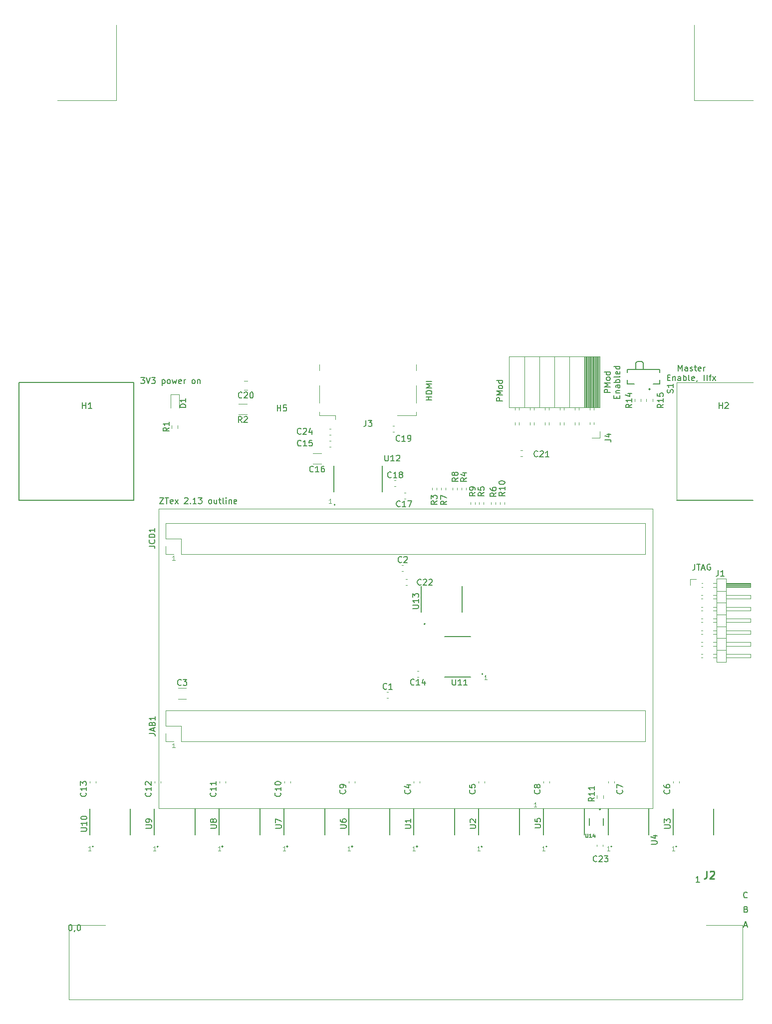
<source format=gbr>
%TF.GenerationSoftware,KiCad,Pcbnew,(5.1.9-0-10_14)*%
%TF.CreationDate,2023-06-03T09:29:56+02:00*%
%TF.ProjectId,IIsi-to-ztex,49497369-2d74-46f2-9d7a-7465782e6b69,rev?*%
%TF.SameCoordinates,Original*%
%TF.FileFunction,Legend,Top*%
%TF.FilePolarity,Positive*%
%FSLAX46Y46*%
G04 Gerber Fmt 4.6, Leading zero omitted, Abs format (unit mm)*
G04 Created by KiCad (PCBNEW (5.1.9-0-10_14)) date 2023-06-03 09:29:56*
%MOMM*%
%LPD*%
G01*
G04 APERTURE LIST*
%ADD10C,0.100000*%
%ADD11C,0.150000*%
%ADD12C,0.120000*%
%ADD13C,0.200000*%
%ADD14C,0.127000*%
%ADD15C,0.254000*%
G04 APERTURE END LIST*
D10*
X176854285Y-127469285D02*
X176425714Y-127469285D01*
X176640000Y-127469285D02*
X176640000Y-126719285D01*
X176568571Y-126826428D01*
X176497142Y-126897857D01*
X176425714Y-126933571D01*
D11*
X189337380Y-57208095D02*
X188337380Y-57208095D01*
X188337380Y-56827142D01*
X188385000Y-56731904D01*
X188432619Y-56684285D01*
X188527857Y-56636666D01*
X188670714Y-56636666D01*
X188765952Y-56684285D01*
X188813571Y-56731904D01*
X188861190Y-56827142D01*
X188861190Y-57208095D01*
X189337380Y-56208095D02*
X188337380Y-56208095D01*
X189051666Y-55874761D01*
X188337380Y-55541428D01*
X189337380Y-55541428D01*
X189337380Y-54922380D02*
X189289761Y-55017619D01*
X189242142Y-55065238D01*
X189146904Y-55112857D01*
X188861190Y-55112857D01*
X188765952Y-55065238D01*
X188718333Y-55017619D01*
X188670714Y-54922380D01*
X188670714Y-54779523D01*
X188718333Y-54684285D01*
X188765952Y-54636666D01*
X188861190Y-54589047D01*
X189146904Y-54589047D01*
X189242142Y-54636666D01*
X189289761Y-54684285D01*
X189337380Y-54779523D01*
X189337380Y-54922380D01*
X189337380Y-53731904D02*
X188337380Y-53731904D01*
X189289761Y-53731904D02*
X189337380Y-53827142D01*
X189337380Y-54017619D01*
X189289761Y-54112857D01*
X189242142Y-54160476D01*
X189146904Y-54208095D01*
X188861190Y-54208095D01*
X188765952Y-54160476D01*
X188718333Y-54112857D01*
X188670714Y-54017619D01*
X188670714Y-53827142D01*
X188718333Y-53731904D01*
X190463571Y-58184285D02*
X190463571Y-57850952D01*
X190987380Y-57708095D02*
X190987380Y-58184285D01*
X189987380Y-58184285D01*
X189987380Y-57708095D01*
X190320714Y-57279523D02*
X190987380Y-57279523D01*
X190415952Y-57279523D02*
X190368333Y-57231904D01*
X190320714Y-57136666D01*
X190320714Y-56993809D01*
X190368333Y-56898571D01*
X190463571Y-56850952D01*
X190987380Y-56850952D01*
X190987380Y-55946190D02*
X190463571Y-55946190D01*
X190368333Y-55993809D01*
X190320714Y-56089047D01*
X190320714Y-56279523D01*
X190368333Y-56374761D01*
X190939761Y-55946190D02*
X190987380Y-56041428D01*
X190987380Y-56279523D01*
X190939761Y-56374761D01*
X190844523Y-56422380D01*
X190749285Y-56422380D01*
X190654047Y-56374761D01*
X190606428Y-56279523D01*
X190606428Y-56041428D01*
X190558809Y-55946190D01*
X190987380Y-55470000D02*
X189987380Y-55470000D01*
X190368333Y-55470000D02*
X190320714Y-55374761D01*
X190320714Y-55184285D01*
X190368333Y-55089047D01*
X190415952Y-55041428D01*
X190511190Y-54993809D01*
X190796904Y-54993809D01*
X190892142Y-55041428D01*
X190939761Y-55089047D01*
X190987380Y-55184285D01*
X190987380Y-55374761D01*
X190939761Y-55470000D01*
X190987380Y-54422380D02*
X190939761Y-54517619D01*
X190844523Y-54565238D01*
X189987380Y-54565238D01*
X190939761Y-53660476D02*
X190987380Y-53755714D01*
X190987380Y-53946190D01*
X190939761Y-54041428D01*
X190844523Y-54089047D01*
X190463571Y-54089047D01*
X190368333Y-54041428D01*
X190320714Y-53946190D01*
X190320714Y-53755714D01*
X190368333Y-53660476D01*
X190463571Y-53612857D01*
X190558809Y-53612857D01*
X190654047Y-54089047D01*
X190987380Y-52755714D02*
X189987380Y-52755714D01*
X190939761Y-52755714D02*
X190987380Y-52850952D01*
X190987380Y-53041428D01*
X190939761Y-53136666D01*
X190892142Y-53184285D01*
X190796904Y-53231904D01*
X190511190Y-53231904D01*
X190415952Y-53184285D01*
X190368333Y-53136666D01*
X190320714Y-53041428D01*
X190320714Y-52850952D01*
X190368333Y-52755714D01*
X200895714Y-53527380D02*
X200895714Y-52527380D01*
X201229047Y-53241666D01*
X201562380Y-52527380D01*
X201562380Y-53527380D01*
X202467142Y-53527380D02*
X202467142Y-53003571D01*
X202419523Y-52908333D01*
X202324285Y-52860714D01*
X202133809Y-52860714D01*
X202038571Y-52908333D01*
X202467142Y-53479761D02*
X202371904Y-53527380D01*
X202133809Y-53527380D01*
X202038571Y-53479761D01*
X201990952Y-53384523D01*
X201990952Y-53289285D01*
X202038571Y-53194047D01*
X202133809Y-53146428D01*
X202371904Y-53146428D01*
X202467142Y-53098809D01*
X202895714Y-53479761D02*
X202990952Y-53527380D01*
X203181428Y-53527380D01*
X203276666Y-53479761D01*
X203324285Y-53384523D01*
X203324285Y-53336904D01*
X203276666Y-53241666D01*
X203181428Y-53194047D01*
X203038571Y-53194047D01*
X202943333Y-53146428D01*
X202895714Y-53051190D01*
X202895714Y-53003571D01*
X202943333Y-52908333D01*
X203038571Y-52860714D01*
X203181428Y-52860714D01*
X203276666Y-52908333D01*
X203610000Y-52860714D02*
X203990952Y-52860714D01*
X203752857Y-52527380D02*
X203752857Y-53384523D01*
X203800476Y-53479761D01*
X203895714Y-53527380D01*
X203990952Y-53527380D01*
X204705238Y-53479761D02*
X204610000Y-53527380D01*
X204419523Y-53527380D01*
X204324285Y-53479761D01*
X204276666Y-53384523D01*
X204276666Y-53003571D01*
X204324285Y-52908333D01*
X204419523Y-52860714D01*
X204610000Y-52860714D01*
X204705238Y-52908333D01*
X204752857Y-53003571D01*
X204752857Y-53098809D01*
X204276666Y-53194047D01*
X205181428Y-53527380D02*
X205181428Y-52860714D01*
X205181428Y-53051190D02*
X205229047Y-52955952D01*
X205276666Y-52908333D01*
X205371904Y-52860714D01*
X205467142Y-52860714D01*
X199062380Y-54653571D02*
X199395714Y-54653571D01*
X199538571Y-55177380D02*
X199062380Y-55177380D01*
X199062380Y-54177380D01*
X199538571Y-54177380D01*
X199967142Y-54510714D02*
X199967142Y-55177380D01*
X199967142Y-54605952D02*
X200014761Y-54558333D01*
X200110000Y-54510714D01*
X200252857Y-54510714D01*
X200348095Y-54558333D01*
X200395714Y-54653571D01*
X200395714Y-55177380D01*
X201300476Y-55177380D02*
X201300476Y-54653571D01*
X201252857Y-54558333D01*
X201157619Y-54510714D01*
X200967142Y-54510714D01*
X200871904Y-54558333D01*
X201300476Y-55129761D02*
X201205238Y-55177380D01*
X200967142Y-55177380D01*
X200871904Y-55129761D01*
X200824285Y-55034523D01*
X200824285Y-54939285D01*
X200871904Y-54844047D01*
X200967142Y-54796428D01*
X201205238Y-54796428D01*
X201300476Y-54748809D01*
X201776666Y-55177380D02*
X201776666Y-54177380D01*
X201776666Y-54558333D02*
X201871904Y-54510714D01*
X202062380Y-54510714D01*
X202157619Y-54558333D01*
X202205238Y-54605952D01*
X202252857Y-54701190D01*
X202252857Y-54986904D01*
X202205238Y-55082142D01*
X202157619Y-55129761D01*
X202062380Y-55177380D01*
X201871904Y-55177380D01*
X201776666Y-55129761D01*
X202824285Y-55177380D02*
X202729047Y-55129761D01*
X202681428Y-55034523D01*
X202681428Y-54177380D01*
X203586190Y-55129761D02*
X203490952Y-55177380D01*
X203300476Y-55177380D01*
X203205238Y-55129761D01*
X203157619Y-55034523D01*
X203157619Y-54653571D01*
X203205238Y-54558333D01*
X203300476Y-54510714D01*
X203490952Y-54510714D01*
X203586190Y-54558333D01*
X203633809Y-54653571D01*
X203633809Y-54748809D01*
X203157619Y-54844047D01*
X204110000Y-55129761D02*
X204110000Y-55177380D01*
X204062380Y-55272619D01*
X204014761Y-55320238D01*
X205300476Y-55177380D02*
X205300476Y-54177380D01*
X205776666Y-55177380D02*
X205776666Y-54177380D01*
X206110000Y-54510714D02*
X206490952Y-54510714D01*
X206252857Y-55177380D02*
X206252857Y-54320238D01*
X206300476Y-54225000D01*
X206395714Y-54177380D01*
X206490952Y-54177380D01*
X206729047Y-55177380D02*
X207252857Y-54510714D01*
X206729047Y-54510714D02*
X207252857Y-55177380D01*
X171072380Y-58618095D02*
X170072380Y-58618095D01*
X170072380Y-58237142D01*
X170120000Y-58141904D01*
X170167619Y-58094285D01*
X170262857Y-58046666D01*
X170405714Y-58046666D01*
X170500952Y-58094285D01*
X170548571Y-58141904D01*
X170596190Y-58237142D01*
X170596190Y-58618095D01*
X171072380Y-57618095D02*
X170072380Y-57618095D01*
X170786666Y-57284761D01*
X170072380Y-56951428D01*
X171072380Y-56951428D01*
X171072380Y-56332380D02*
X171024761Y-56427619D01*
X170977142Y-56475238D01*
X170881904Y-56522857D01*
X170596190Y-56522857D01*
X170500952Y-56475238D01*
X170453333Y-56427619D01*
X170405714Y-56332380D01*
X170405714Y-56189523D01*
X170453333Y-56094285D01*
X170500952Y-56046666D01*
X170596190Y-55999047D01*
X170881904Y-55999047D01*
X170977142Y-56046666D01*
X171024761Y-56094285D01*
X171072380Y-56189523D01*
X171072380Y-56332380D01*
X171072380Y-55141904D02*
X170072380Y-55141904D01*
X171024761Y-55141904D02*
X171072380Y-55237142D01*
X171072380Y-55427619D01*
X171024761Y-55522857D01*
X170977142Y-55570476D01*
X170881904Y-55618095D01*
X170596190Y-55618095D01*
X170500952Y-55570476D01*
X170453333Y-55522857D01*
X170405714Y-55427619D01*
X170405714Y-55237142D01*
X170453333Y-55141904D01*
X159072380Y-58475238D02*
X158072380Y-58475238D01*
X158548571Y-58475238D02*
X158548571Y-57903809D01*
X159072380Y-57903809D02*
X158072380Y-57903809D01*
X159072380Y-57427619D02*
X158072380Y-57427619D01*
X158072380Y-57189523D01*
X158120000Y-57046666D01*
X158215238Y-56951428D01*
X158310476Y-56903809D01*
X158500952Y-56856190D01*
X158643809Y-56856190D01*
X158834285Y-56903809D01*
X158929523Y-56951428D01*
X159024761Y-57046666D01*
X159072380Y-57189523D01*
X159072380Y-57427619D01*
X159072380Y-56427619D02*
X158072380Y-56427619D01*
X158786666Y-56094285D01*
X158072380Y-55760952D01*
X159072380Y-55760952D01*
X159072380Y-55284761D02*
X158072380Y-55284761D01*
D10*
X115484285Y-117419285D02*
X115055714Y-117419285D01*
X115270000Y-117419285D02*
X115270000Y-116669285D01*
X115198571Y-116776428D01*
X115127142Y-116847857D01*
X115055714Y-116883571D01*
X115484285Y-85619285D02*
X115055714Y-85619285D01*
X115270000Y-85619285D02*
X115270000Y-84869285D01*
X115198571Y-84976428D01*
X115127142Y-85047857D01*
X115055714Y-85083571D01*
D11*
X203703333Y-86282380D02*
X203703333Y-86996666D01*
X203655714Y-87139523D01*
X203560476Y-87234761D01*
X203417619Y-87282380D01*
X203322380Y-87282380D01*
X204036666Y-86282380D02*
X204608095Y-86282380D01*
X204322380Y-87282380D02*
X204322380Y-86282380D01*
X204893809Y-86996666D02*
X205370000Y-86996666D01*
X204798571Y-87282380D02*
X205131904Y-86282380D01*
X205465238Y-87282380D01*
X206322380Y-86330000D02*
X206227142Y-86282380D01*
X206084285Y-86282380D01*
X205941428Y-86330000D01*
X205846190Y-86425238D01*
X205798571Y-86520476D01*
X205750952Y-86710952D01*
X205750952Y-86853809D01*
X205798571Y-87044285D01*
X205846190Y-87139523D01*
X205941428Y-87234761D01*
X206084285Y-87282380D01*
X206179523Y-87282380D01*
X206322380Y-87234761D01*
X206370000Y-87187142D01*
X206370000Y-86853809D01*
X206179523Y-86853809D01*
X109698571Y-54682380D02*
X110317619Y-54682380D01*
X109984285Y-55063333D01*
X110127142Y-55063333D01*
X110222380Y-55110952D01*
X110270000Y-55158571D01*
X110317619Y-55253809D01*
X110317619Y-55491904D01*
X110270000Y-55587142D01*
X110222380Y-55634761D01*
X110127142Y-55682380D01*
X109841428Y-55682380D01*
X109746190Y-55634761D01*
X109698571Y-55587142D01*
X110603333Y-54682380D02*
X110936666Y-55682380D01*
X111270000Y-54682380D01*
X111508095Y-54682380D02*
X112127142Y-54682380D01*
X111793809Y-55063333D01*
X111936666Y-55063333D01*
X112031904Y-55110952D01*
X112079523Y-55158571D01*
X112127142Y-55253809D01*
X112127142Y-55491904D01*
X112079523Y-55587142D01*
X112031904Y-55634761D01*
X111936666Y-55682380D01*
X111650952Y-55682380D01*
X111555714Y-55634761D01*
X111508095Y-55587142D01*
X113317619Y-55015714D02*
X113317619Y-56015714D01*
X113317619Y-55063333D02*
X113412857Y-55015714D01*
X113603333Y-55015714D01*
X113698571Y-55063333D01*
X113746190Y-55110952D01*
X113793809Y-55206190D01*
X113793809Y-55491904D01*
X113746190Y-55587142D01*
X113698571Y-55634761D01*
X113603333Y-55682380D01*
X113412857Y-55682380D01*
X113317619Y-55634761D01*
X114365238Y-55682380D02*
X114270000Y-55634761D01*
X114222380Y-55587142D01*
X114174761Y-55491904D01*
X114174761Y-55206190D01*
X114222380Y-55110952D01*
X114270000Y-55063333D01*
X114365238Y-55015714D01*
X114508095Y-55015714D01*
X114603333Y-55063333D01*
X114650952Y-55110952D01*
X114698571Y-55206190D01*
X114698571Y-55491904D01*
X114650952Y-55587142D01*
X114603333Y-55634761D01*
X114508095Y-55682380D01*
X114365238Y-55682380D01*
X115031904Y-55015714D02*
X115222380Y-55682380D01*
X115412857Y-55206190D01*
X115603333Y-55682380D01*
X115793809Y-55015714D01*
X116555714Y-55634761D02*
X116460476Y-55682380D01*
X116270000Y-55682380D01*
X116174761Y-55634761D01*
X116127142Y-55539523D01*
X116127142Y-55158571D01*
X116174761Y-55063333D01*
X116270000Y-55015714D01*
X116460476Y-55015714D01*
X116555714Y-55063333D01*
X116603333Y-55158571D01*
X116603333Y-55253809D01*
X116127142Y-55349047D01*
X117031904Y-55682380D02*
X117031904Y-55015714D01*
X117031904Y-55206190D02*
X117079523Y-55110952D01*
X117127142Y-55063333D01*
X117222380Y-55015714D01*
X117317619Y-55015714D01*
X118555714Y-55682380D02*
X118460476Y-55634761D01*
X118412857Y-55587142D01*
X118365238Y-55491904D01*
X118365238Y-55206190D01*
X118412857Y-55110952D01*
X118460476Y-55063333D01*
X118555714Y-55015714D01*
X118698571Y-55015714D01*
X118793809Y-55063333D01*
X118841428Y-55110952D01*
X118889047Y-55206190D01*
X118889047Y-55491904D01*
X118841428Y-55587142D01*
X118793809Y-55634761D01*
X118698571Y-55682380D01*
X118555714Y-55682380D01*
X119317619Y-55015714D02*
X119317619Y-55682380D01*
X119317619Y-55110952D02*
X119365238Y-55063333D01*
X119460476Y-55015714D01*
X119603333Y-55015714D01*
X119698571Y-55063333D01*
X119746190Y-55158571D01*
X119746190Y-55682380D01*
X204495714Y-140202380D02*
X203924285Y-140202380D01*
X204210000Y-140202380D02*
X204210000Y-139202380D01*
X204114761Y-139345238D01*
X204019523Y-139440476D01*
X203924285Y-139488095D01*
X212031904Y-147566666D02*
X212508095Y-147566666D01*
X211936666Y-147852380D02*
X212270000Y-146852380D01*
X212603333Y-147852380D01*
X212371428Y-144828571D02*
X212514285Y-144876190D01*
X212561904Y-144923809D01*
X212609523Y-145019047D01*
X212609523Y-145161904D01*
X212561904Y-145257142D01*
X212514285Y-145304761D01*
X212419047Y-145352380D01*
X212038095Y-145352380D01*
X212038095Y-144352380D01*
X212371428Y-144352380D01*
X212466666Y-144400000D01*
X212514285Y-144447619D01*
X212561904Y-144542857D01*
X212561904Y-144638095D01*
X212514285Y-144733333D01*
X212466666Y-144780952D01*
X212371428Y-144828571D01*
X212038095Y-144828571D01*
X212589523Y-142797142D02*
X212541904Y-142844761D01*
X212399047Y-142892380D01*
X212303809Y-142892380D01*
X212160952Y-142844761D01*
X212065714Y-142749523D01*
X212018095Y-142654285D01*
X211970476Y-142463809D01*
X211970476Y-142320952D01*
X212018095Y-142130476D01*
X212065714Y-142035238D01*
X212160952Y-141940000D01*
X212303809Y-141892380D01*
X212399047Y-141892380D01*
X212541904Y-141940000D01*
X212589523Y-141987619D01*
D10*
X142064285Y-75979285D02*
X141635714Y-75979285D01*
X141850000Y-75979285D02*
X141850000Y-75229285D01*
X141778571Y-75336428D01*
X141707142Y-75407857D01*
X141635714Y-75443571D01*
X168424285Y-105889285D02*
X167995714Y-105889285D01*
X168210000Y-105889285D02*
X168210000Y-105139285D01*
X168138571Y-105246428D01*
X168067142Y-105317857D01*
X167995714Y-105353571D01*
X101244285Y-134879285D02*
X100815714Y-134879285D01*
X101030000Y-134879285D02*
X101030000Y-134129285D01*
X100958571Y-134236428D01*
X100887142Y-134307857D01*
X100815714Y-134343571D01*
X112244285Y-134879285D02*
X111815714Y-134879285D01*
X112030000Y-134879285D02*
X112030000Y-134129285D01*
X111958571Y-134236428D01*
X111887142Y-134307857D01*
X111815714Y-134343571D01*
X123244285Y-134879285D02*
X122815714Y-134879285D01*
X123030000Y-134879285D02*
X123030000Y-134129285D01*
X122958571Y-134236428D01*
X122887142Y-134307857D01*
X122815714Y-134343571D01*
X134244285Y-134879285D02*
X133815714Y-134879285D01*
X134030000Y-134879285D02*
X134030000Y-134129285D01*
X133958571Y-134236428D01*
X133887142Y-134307857D01*
X133815714Y-134343571D01*
X145244285Y-134879285D02*
X144815714Y-134879285D01*
X145030000Y-134879285D02*
X145030000Y-134129285D01*
X144958571Y-134236428D01*
X144887142Y-134307857D01*
X144815714Y-134343571D01*
X156244285Y-134879285D02*
X155815714Y-134879285D01*
X156030000Y-134879285D02*
X156030000Y-134129285D01*
X155958571Y-134236428D01*
X155887142Y-134307857D01*
X155815714Y-134343571D01*
X167244285Y-134879285D02*
X166815714Y-134879285D01*
X167030000Y-134879285D02*
X167030000Y-134129285D01*
X166958571Y-134236428D01*
X166887142Y-134307857D01*
X166815714Y-134343571D01*
X178244285Y-134879285D02*
X177815714Y-134879285D01*
X178030000Y-134879285D02*
X178030000Y-134129285D01*
X177958571Y-134236428D01*
X177887142Y-134307857D01*
X177815714Y-134343571D01*
X189244285Y-134879285D02*
X188815714Y-134879285D01*
X189030000Y-134879285D02*
X189030000Y-134129285D01*
X188958571Y-134236428D01*
X188887142Y-134307857D01*
X188815714Y-134343571D01*
X200244285Y-134879285D02*
X199815714Y-134879285D01*
X200030000Y-134879285D02*
X200030000Y-134129285D01*
X199958571Y-134236428D01*
X199887142Y-134307857D01*
X199815714Y-134343571D01*
D11*
X112922380Y-75032380D02*
X113589047Y-75032380D01*
X112922380Y-76032380D01*
X113589047Y-76032380D01*
X113827142Y-75032380D02*
X114398571Y-75032380D01*
X114112857Y-76032380D02*
X114112857Y-75032380D01*
X115112857Y-75984761D02*
X115017619Y-76032380D01*
X114827142Y-76032380D01*
X114731904Y-75984761D01*
X114684285Y-75889523D01*
X114684285Y-75508571D01*
X114731904Y-75413333D01*
X114827142Y-75365714D01*
X115017619Y-75365714D01*
X115112857Y-75413333D01*
X115160476Y-75508571D01*
X115160476Y-75603809D01*
X114684285Y-75699047D01*
X115493809Y-76032380D02*
X116017619Y-75365714D01*
X115493809Y-75365714D02*
X116017619Y-76032380D01*
X117112857Y-75127619D02*
X117160476Y-75080000D01*
X117255714Y-75032380D01*
X117493809Y-75032380D01*
X117589047Y-75080000D01*
X117636666Y-75127619D01*
X117684285Y-75222857D01*
X117684285Y-75318095D01*
X117636666Y-75460952D01*
X117065238Y-76032380D01*
X117684285Y-76032380D01*
X118112857Y-75937142D02*
X118160476Y-75984761D01*
X118112857Y-76032380D01*
X118065238Y-75984761D01*
X118112857Y-75937142D01*
X118112857Y-76032380D01*
X119112857Y-76032380D02*
X118541428Y-76032380D01*
X118827142Y-76032380D02*
X118827142Y-75032380D01*
X118731904Y-75175238D01*
X118636666Y-75270476D01*
X118541428Y-75318095D01*
X119446190Y-75032380D02*
X120065238Y-75032380D01*
X119731904Y-75413333D01*
X119874761Y-75413333D01*
X119970000Y-75460952D01*
X120017619Y-75508571D01*
X120065238Y-75603809D01*
X120065238Y-75841904D01*
X120017619Y-75937142D01*
X119970000Y-75984761D01*
X119874761Y-76032380D01*
X119589047Y-76032380D01*
X119493809Y-75984761D01*
X119446190Y-75937142D01*
X121398571Y-76032380D02*
X121303333Y-75984761D01*
X121255714Y-75937142D01*
X121208095Y-75841904D01*
X121208095Y-75556190D01*
X121255714Y-75460952D01*
X121303333Y-75413333D01*
X121398571Y-75365714D01*
X121541428Y-75365714D01*
X121636666Y-75413333D01*
X121684285Y-75460952D01*
X121731904Y-75556190D01*
X121731904Y-75841904D01*
X121684285Y-75937142D01*
X121636666Y-75984761D01*
X121541428Y-76032380D01*
X121398571Y-76032380D01*
X122589047Y-75365714D02*
X122589047Y-76032380D01*
X122160476Y-75365714D02*
X122160476Y-75889523D01*
X122208095Y-75984761D01*
X122303333Y-76032380D01*
X122446190Y-76032380D01*
X122541428Y-75984761D01*
X122589047Y-75937142D01*
X122922380Y-75365714D02*
X123303333Y-75365714D01*
X123065238Y-75032380D02*
X123065238Y-75889523D01*
X123112857Y-75984761D01*
X123208095Y-76032380D01*
X123303333Y-76032380D01*
X123779523Y-76032380D02*
X123684285Y-75984761D01*
X123636666Y-75889523D01*
X123636666Y-75032380D01*
X124160476Y-76032380D02*
X124160476Y-75365714D01*
X124160476Y-75032380D02*
X124112857Y-75080000D01*
X124160476Y-75127619D01*
X124208095Y-75080000D01*
X124160476Y-75032380D01*
X124160476Y-75127619D01*
X124636666Y-75365714D02*
X124636666Y-76032380D01*
X124636666Y-75460952D02*
X124684285Y-75413333D01*
X124779523Y-75365714D01*
X124922380Y-75365714D01*
X125017619Y-75413333D01*
X125065238Y-75508571D01*
X125065238Y-76032380D01*
X125922380Y-75984761D02*
X125827142Y-76032380D01*
X125636666Y-76032380D01*
X125541428Y-75984761D01*
X125493809Y-75889523D01*
X125493809Y-75508571D01*
X125541428Y-75413333D01*
X125636666Y-75365714D01*
X125827142Y-75365714D01*
X125922380Y-75413333D01*
X125970000Y-75508571D01*
X125970000Y-75603809D01*
X125493809Y-75699047D01*
D12*
X112720000Y-127700000D02*
X112720000Y-76900000D01*
X196520000Y-76900000D02*
X196520000Y-127700000D01*
X196520000Y-127700000D02*
X112720000Y-127700000D01*
X196520000Y-76900000D02*
X112720000Y-76900000D01*
X203570000Y-7650000D02*
X203570000Y5150000D01*
X213570000Y-7650000D02*
X203570000Y-7650000D01*
X105570000Y-7650000D02*
X105570000Y5150000D01*
X95570000Y-7650000D02*
X105570000Y-7650000D01*
X200640000Y-55500000D02*
X213570000Y-55500000D01*
X200640000Y-75500000D02*
X200640000Y-55500000D01*
D11*
X200640000Y-75500000D02*
X213570000Y-75500000D01*
X89000000Y-55500000D02*
X89000000Y-75500000D01*
X108500000Y-55500000D02*
X89000000Y-55500000D01*
X108500000Y-75500000D02*
X108500000Y-55500000D01*
X89000000Y-75500000D02*
X108500000Y-75500000D01*
X97698095Y-147452380D02*
X97793333Y-147452380D01*
X97888571Y-147500000D01*
X97936190Y-147547619D01*
X97983809Y-147642857D01*
X98031428Y-147833333D01*
X98031428Y-148071428D01*
X97983809Y-148261904D01*
X97936190Y-148357142D01*
X97888571Y-148404761D01*
X97793333Y-148452380D01*
X97698095Y-148452380D01*
X97602857Y-148404761D01*
X97555238Y-148357142D01*
X97507619Y-148261904D01*
X97460000Y-148071428D01*
X97460000Y-147833333D01*
X97507619Y-147642857D01*
X97555238Y-147547619D01*
X97602857Y-147500000D01*
X97698095Y-147452380D01*
X98507619Y-148404761D02*
X98507619Y-148452380D01*
X98460000Y-148547619D01*
X98412380Y-148595238D01*
X99126666Y-147452380D02*
X99221904Y-147452380D01*
X99317142Y-147500000D01*
X99364761Y-147547619D01*
X99412380Y-147642857D01*
X99460000Y-147833333D01*
X99460000Y-148071428D01*
X99412380Y-148261904D01*
X99364761Y-148357142D01*
X99317142Y-148404761D01*
X99221904Y-148452380D01*
X99126666Y-148452380D01*
X99031428Y-148404761D01*
X98983809Y-148357142D01*
X98936190Y-148261904D01*
X98888571Y-148071428D01*
X98888571Y-147833333D01*
X98936190Y-147642857D01*
X98983809Y-147547619D01*
X99031428Y-147500000D01*
X99126666Y-147452380D01*
D13*
%TO.C,S1*%
X196100000Y-56635000D02*
G75*
G03*
X196100000Y-56635000I-100000J0D01*
G01*
D14*
X193700000Y-52145000D02*
X193700000Y-53245000D01*
X193900000Y-51945000D02*
X193700000Y-52145000D01*
X194700000Y-51945000D02*
X193900000Y-51945000D01*
X194900000Y-52145000D02*
X194700000Y-51945000D01*
X194900000Y-53245000D02*
X194900000Y-52145000D01*
X194900000Y-53245000D02*
X197750000Y-53245000D01*
X193700000Y-53245000D02*
X194900000Y-53245000D01*
X192250000Y-53245000D02*
X193700000Y-53245000D01*
X197750000Y-53245000D02*
X197750000Y-53755000D01*
X197750000Y-55095000D02*
X197750000Y-55745000D01*
X192250000Y-53245000D02*
X192250000Y-53755000D01*
X192250000Y-55745000D02*
X192250000Y-55095000D01*
X193380000Y-55745000D02*
X192250000Y-55745000D01*
X197750000Y-55745000D02*
X196620000Y-55745000D01*
D12*
%TO.C,C24*%
X141970580Y-63370000D02*
X141689420Y-63370000D01*
X141970580Y-64390000D02*
X141689420Y-64390000D01*
%TO.C,R11*%
X187087500Y-125987258D02*
X187087500Y-125512742D01*
X188132500Y-125987258D02*
X188132500Y-125512742D01*
D13*
%TO.C,U14*%
X187710000Y-127900000D02*
G75*
G03*
X187710000Y-127900000I-100000J0D01*
G01*
D14*
X185790000Y-130625000D02*
X185790000Y-129375000D01*
X188130000Y-129375000D02*
X188130000Y-130625000D01*
D12*
%TO.C,C23*%
X188120000Y-134140580D02*
X188120000Y-133859420D01*
X187100000Y-134140580D02*
X187100000Y-133859420D01*
%TO.C,R10*%
X170620000Y-75846359D02*
X170620000Y-76153641D01*
X171380000Y-75846359D02*
X171380000Y-76153641D01*
%TO.C,R9*%
X165620000Y-75846359D02*
X165620000Y-76153641D01*
X166380000Y-75846359D02*
X166380000Y-76153641D01*
%TO.C,R8*%
X162620000Y-73346359D02*
X162620000Y-73653641D01*
X163380000Y-73346359D02*
X163380000Y-73653641D01*
%TO.C,R7*%
X159120000Y-73346359D02*
X159120000Y-73653641D01*
X159880000Y-73346359D02*
X159880000Y-73653641D01*
%TO.C,R6*%
X169880000Y-76153641D02*
X169880000Y-75846359D01*
X169120000Y-76153641D02*
X169120000Y-75846359D01*
%TO.C,R5*%
X167880000Y-76153641D02*
X167880000Y-75846359D01*
X167120000Y-76153641D02*
X167120000Y-75846359D01*
%TO.C,R4*%
X164880000Y-73653641D02*
X164880000Y-73346359D01*
X164120000Y-73653641D02*
X164120000Y-73346359D01*
%TO.C,R3*%
X161380000Y-73653641D02*
X161380000Y-73346359D01*
X160620000Y-73653641D02*
X160620000Y-73346359D01*
D13*
%TO.C,U13*%
X157925000Y-96440000D02*
G75*
G03*
X157925000Y-96440000I-100000J0D01*
G01*
D14*
X157300000Y-94450000D02*
X157300000Y-90050000D01*
X164200000Y-94450000D02*
X164200000Y-90050000D01*
D12*
%TO.C,R15*%
X195477500Y-58737258D02*
X195477500Y-58262742D01*
X196522500Y-58737258D02*
X196522500Y-58262742D01*
%TO.C,R14*%
X193477500Y-58737258D02*
X193477500Y-58262742D01*
X194522500Y-58737258D02*
X194522500Y-58262742D01*
%TO.C,C22*%
X154890580Y-89890000D02*
X154609420Y-89890000D01*
X154890580Y-88870000D02*
X154609420Y-88870000D01*
%TO.C,J4*%
X187420000Y-51120000D02*
X187420000Y-59750000D01*
X187301905Y-51120000D02*
X187301905Y-59750000D01*
X187183810Y-51120000D02*
X187183810Y-59750000D01*
X187065715Y-51120000D02*
X187065715Y-59750000D01*
X186947620Y-51120000D02*
X186947620Y-59750000D01*
X186829525Y-51120000D02*
X186829525Y-59750000D01*
X186711430Y-51120000D02*
X186711430Y-59750000D01*
X186593335Y-51120000D02*
X186593335Y-59750000D01*
X186475240Y-51120000D02*
X186475240Y-59750000D01*
X186357145Y-51120000D02*
X186357145Y-59750000D01*
X186239050Y-51120000D02*
X186239050Y-59750000D01*
X186120955Y-51120000D02*
X186120955Y-59750000D01*
X186002860Y-51120000D02*
X186002860Y-59750000D01*
X185884765Y-51120000D02*
X185884765Y-59750000D01*
X185766670Y-51120000D02*
X185766670Y-59750000D01*
X185648575Y-51120000D02*
X185648575Y-59750000D01*
X185530480Y-51120000D02*
X185530480Y-59750000D01*
X185412385Y-51120000D02*
X185412385Y-59750000D01*
X185294290Y-51120000D02*
X185294290Y-59750000D01*
X185176195Y-51120000D02*
X185176195Y-59750000D01*
X185058100Y-51120000D02*
X185058100Y-59750000D01*
X186570000Y-59750000D02*
X186570000Y-60160000D01*
X186570000Y-62260000D02*
X186570000Y-62640000D01*
X185850000Y-59750000D02*
X185850000Y-60160000D01*
X185850000Y-62260000D02*
X185850000Y-62640000D01*
X184030000Y-59750000D02*
X184030000Y-60160000D01*
X184030000Y-62260000D02*
X184030000Y-62700000D01*
X183310000Y-59750000D02*
X183310000Y-60160000D01*
X183310000Y-62260000D02*
X183310000Y-62700000D01*
X181490000Y-59750000D02*
X181490000Y-60160000D01*
X181490000Y-62260000D02*
X181490000Y-62700000D01*
X180770000Y-59750000D02*
X180770000Y-60160000D01*
X180770000Y-62260000D02*
X180770000Y-62700000D01*
X178950000Y-59750000D02*
X178950000Y-60160000D01*
X178950000Y-62260000D02*
X178950000Y-62700000D01*
X178230000Y-59750000D02*
X178230000Y-60160000D01*
X178230000Y-62260000D02*
X178230000Y-62700000D01*
X176410000Y-59750000D02*
X176410000Y-60160000D01*
X176410000Y-62260000D02*
X176410000Y-62700000D01*
X175690000Y-59750000D02*
X175690000Y-60160000D01*
X175690000Y-62260000D02*
X175690000Y-62700000D01*
X173870000Y-59750000D02*
X173870000Y-60160000D01*
X173870000Y-62260000D02*
X173870000Y-62700000D01*
X173150000Y-59750000D02*
X173150000Y-60160000D01*
X173150000Y-62260000D02*
X173150000Y-62700000D01*
X184940000Y-51120000D02*
X184940000Y-59750000D01*
X182400000Y-51120000D02*
X182400000Y-59750000D01*
X179860000Y-51120000D02*
X179860000Y-59750000D01*
X177320000Y-51120000D02*
X177320000Y-59750000D01*
X174780000Y-51120000D02*
X174780000Y-59750000D01*
X187540000Y-51120000D02*
X187540000Y-59750000D01*
X187540000Y-59750000D02*
X172180000Y-59750000D01*
X172180000Y-51120000D02*
X172180000Y-59750000D01*
X187540000Y-51120000D02*
X172180000Y-51120000D01*
X187540000Y-64860000D02*
X186210000Y-64860000D01*
X187540000Y-63750000D02*
X187540000Y-64860000D01*
%TO.C,C21*%
X174144420Y-68010000D02*
X174425580Y-68010000D01*
X174144420Y-66990000D02*
X174425580Y-66990000D01*
D14*
%TO.C,U12*%
X150655000Y-74010000D02*
X150655000Y-69610000D01*
X142455000Y-74010000D02*
X142455000Y-69610000D01*
D13*
X142670000Y-76250000D02*
G75*
G03*
X142670000Y-76250000I-100000J0D01*
G01*
D12*
%TO.C,R2*%
X127724564Y-59090000D02*
X126270436Y-59090000D01*
X127724564Y-60910000D02*
X126270436Y-60910000D01*
%TO.C,J3*%
X140030000Y-55970000D02*
X140030000Y-58970000D01*
X156430000Y-61070000D02*
X156430000Y-60470000D01*
X142730000Y-61070000D02*
X142730000Y-61720000D01*
X140030000Y-61070000D02*
X142730000Y-61070000D01*
X140030000Y-61070000D02*
X140030000Y-60470000D01*
X140030000Y-52470000D02*
X140030000Y-53470000D01*
X156430000Y-53470000D02*
X156430000Y-52470000D01*
X156430000Y-61070000D02*
X153230000Y-61070000D01*
X156430000Y-55970000D02*
X156430000Y-58970000D01*
%TO.C,C20*%
X127771252Y-55265000D02*
X127248748Y-55265000D01*
X127771252Y-56735000D02*
X127248748Y-56735000D01*
%TO.C,C19*%
X152414420Y-63890000D02*
X152695580Y-63890000D01*
X152414420Y-62870000D02*
X152695580Y-62870000D01*
%TO.C,C18*%
X152689420Y-73140000D02*
X152970580Y-73140000D01*
X152689420Y-72120000D02*
X152970580Y-72120000D01*
%TO.C,C17*%
X154384420Y-75190000D02*
X154665580Y-75190000D01*
X154384420Y-74170000D02*
X154665580Y-74170000D01*
%TO.C,C16*%
X140316252Y-67470000D02*
X138893748Y-67470000D01*
X140316252Y-69290000D02*
X138893748Y-69290000D01*
%TO.C,C15*%
X141970580Y-65370000D02*
X141689420Y-65370000D01*
X141970580Y-66390000D02*
X141689420Y-66390000D01*
D14*
%TO.C,U11*%
X165660000Y-98550000D02*
X161260000Y-98550000D01*
X165660000Y-105450000D02*
X161260000Y-105450000D01*
D13*
X167750000Y-104925000D02*
G75*
G03*
X167750000Y-104925000I-100000J0D01*
G01*
D14*
%TO.C,U10*%
X107910000Y-132200000D02*
X107910000Y-127800000D01*
X101010000Y-132200000D02*
X101010000Y-127800000D01*
D13*
X101635000Y-134190000D02*
G75*
G03*
X101635000Y-134190000I-100000J0D01*
G01*
D14*
%TO.C,U9*%
X118910000Y-132200000D02*
X118910000Y-127800000D01*
X112010000Y-132200000D02*
X112010000Y-127800000D01*
D13*
X112635000Y-134190000D02*
G75*
G03*
X112635000Y-134190000I-100000J0D01*
G01*
D14*
%TO.C,U8*%
X129910000Y-132200000D02*
X129910000Y-127800000D01*
X123010000Y-132200000D02*
X123010000Y-127800000D01*
D13*
X123635000Y-134190000D02*
G75*
G03*
X123635000Y-134190000I-100000J0D01*
G01*
D14*
%TO.C,U7*%
X140910000Y-132200000D02*
X140910000Y-127800000D01*
X134010000Y-132200000D02*
X134010000Y-127800000D01*
D13*
X134635000Y-134190000D02*
G75*
G03*
X134635000Y-134190000I-100000J0D01*
G01*
D14*
%TO.C,U6*%
X151910000Y-132200000D02*
X151910000Y-127800000D01*
X145010000Y-132200000D02*
X145010000Y-127800000D01*
D13*
X145635000Y-134190000D02*
G75*
G03*
X145635000Y-134190000I-100000J0D01*
G01*
D14*
%TO.C,U5*%
X184910000Y-132200000D02*
X184910000Y-127800000D01*
X178010000Y-132200000D02*
X178010000Y-127800000D01*
D13*
X178635000Y-134190000D02*
G75*
G03*
X178635000Y-134190000I-100000J0D01*
G01*
D14*
%TO.C,U4*%
X195910000Y-132200000D02*
X195910000Y-127800000D01*
X189010000Y-132200000D02*
X189010000Y-127800000D01*
D13*
X189635000Y-134190000D02*
G75*
G03*
X189635000Y-134190000I-100000J0D01*
G01*
D14*
%TO.C,U3*%
X206910000Y-132200000D02*
X206910000Y-127800000D01*
X200010000Y-132200000D02*
X200010000Y-127800000D01*
D13*
X200635000Y-134190000D02*
G75*
G03*
X200635000Y-134190000I-100000J0D01*
G01*
D14*
%TO.C,U2*%
X173910000Y-132200000D02*
X173910000Y-127800000D01*
X167010000Y-132200000D02*
X167010000Y-127800000D01*
D13*
X167635000Y-134190000D02*
G75*
G03*
X167635000Y-134190000I-100000J0D01*
G01*
D14*
%TO.C,U1*%
X162910000Y-132200000D02*
X162910000Y-127800000D01*
X156010000Y-132200000D02*
X156010000Y-127800000D01*
D13*
X156635000Y-134190000D02*
G75*
G03*
X156635000Y-134190000I-100000J0D01*
G01*
D12*
%TO.C,R1*%
X115982500Y-63237258D02*
X115982500Y-62762742D01*
X114937500Y-63237258D02*
X114937500Y-62762742D01*
%TO.C,J1*%
X207350000Y-88800000D02*
X207350000Y-102920000D01*
X207350000Y-102920000D02*
X208970000Y-102920000D01*
X208970000Y-102920000D02*
X208970000Y-88800000D01*
X208970000Y-88800000D02*
X207350000Y-88800000D01*
X208970000Y-89550000D02*
X213170000Y-89550000D01*
X213170000Y-89550000D02*
X213170000Y-90170000D01*
X213170000Y-90170000D02*
X208970000Y-90170000D01*
X208970000Y-89610000D02*
X213170000Y-89610000D01*
X208970000Y-89730000D02*
X213170000Y-89730000D01*
X208970000Y-89850000D02*
X213170000Y-89850000D01*
X208970000Y-89970000D02*
X213170000Y-89970000D01*
X208970000Y-90090000D02*
X213170000Y-90090000D01*
X206792114Y-89550000D02*
X207350000Y-89550000D01*
X206792114Y-90170000D02*
X207350000Y-90170000D01*
X204845000Y-89550000D02*
X205027886Y-89550000D01*
X204845000Y-90170000D02*
X205027886Y-90170000D01*
X207350000Y-90860000D02*
X208970000Y-90860000D01*
X208970000Y-91550000D02*
X213170000Y-91550000D01*
X213170000Y-91550000D02*
X213170000Y-92170000D01*
X213170000Y-92170000D02*
X208970000Y-92170000D01*
X206792114Y-91550000D02*
X207350000Y-91550000D01*
X206792114Y-92170000D02*
X207350000Y-92170000D01*
X204792114Y-91550000D02*
X205027886Y-91550000D01*
X204792114Y-92170000D02*
X205027886Y-92170000D01*
X207350000Y-92860000D02*
X208970000Y-92860000D01*
X208970000Y-93550000D02*
X213170000Y-93550000D01*
X213170000Y-93550000D02*
X213170000Y-94170000D01*
X213170000Y-94170000D02*
X208970000Y-94170000D01*
X206792114Y-93550000D02*
X207350000Y-93550000D01*
X206792114Y-94170000D02*
X207350000Y-94170000D01*
X204792114Y-93550000D02*
X205027886Y-93550000D01*
X204792114Y-94170000D02*
X205027886Y-94170000D01*
X207350000Y-94860000D02*
X208970000Y-94860000D01*
X208970000Y-95550000D02*
X213170000Y-95550000D01*
X213170000Y-95550000D02*
X213170000Y-96170000D01*
X213170000Y-96170000D02*
X208970000Y-96170000D01*
X206792114Y-95550000D02*
X207350000Y-95550000D01*
X206792114Y-96170000D02*
X207350000Y-96170000D01*
X204792114Y-95550000D02*
X205027886Y-95550000D01*
X204792114Y-96170000D02*
X205027886Y-96170000D01*
X207350000Y-96860000D02*
X208970000Y-96860000D01*
X208970000Y-97550000D02*
X213170000Y-97550000D01*
X213170000Y-97550000D02*
X213170000Y-98170000D01*
X213170000Y-98170000D02*
X208970000Y-98170000D01*
X206792114Y-97550000D02*
X207350000Y-97550000D01*
X206792114Y-98170000D02*
X207350000Y-98170000D01*
X204792114Y-97550000D02*
X205027886Y-97550000D01*
X204792114Y-98170000D02*
X205027886Y-98170000D01*
X207350000Y-98860000D02*
X208970000Y-98860000D01*
X208970000Y-99550000D02*
X213170000Y-99550000D01*
X213170000Y-99550000D02*
X213170000Y-100170000D01*
X213170000Y-100170000D02*
X208970000Y-100170000D01*
X206792114Y-99550000D02*
X207350000Y-99550000D01*
X206792114Y-100170000D02*
X207350000Y-100170000D01*
X204792114Y-99550000D02*
X205027886Y-99550000D01*
X204792114Y-100170000D02*
X205027886Y-100170000D01*
X207350000Y-100860000D02*
X208970000Y-100860000D01*
X208970000Y-101550000D02*
X213170000Y-101550000D01*
X213170000Y-101550000D02*
X213170000Y-102170000D01*
X213170000Y-102170000D02*
X208970000Y-102170000D01*
X206792114Y-101550000D02*
X207350000Y-101550000D01*
X206792114Y-102170000D02*
X207350000Y-102170000D01*
X204792114Y-101550000D02*
X205027886Y-101550000D01*
X204792114Y-102170000D02*
X205027886Y-102170000D01*
X202910000Y-89860000D02*
X202910000Y-88860000D01*
X202910000Y-88860000D02*
X203910000Y-88860000D01*
%TO.C,D1*%
X114725000Y-57515000D02*
X114725000Y-59800000D01*
X116195000Y-57515000D02*
X114725000Y-57515000D01*
X116195000Y-59800000D02*
X116195000Y-57515000D01*
%TO.C,C14*%
X156850580Y-104415000D02*
X156569420Y-104415000D01*
X156850580Y-105435000D02*
X156569420Y-105435000D01*
%TO.C,C13*%
X102045000Y-123390580D02*
X102045000Y-123109420D01*
X101025000Y-123390580D02*
X101025000Y-123109420D01*
%TO.C,C12*%
X113045000Y-123390580D02*
X113045000Y-123109420D01*
X112025000Y-123390580D02*
X112025000Y-123109420D01*
%TO.C,C11*%
X124045000Y-123390580D02*
X124045000Y-123109420D01*
X123025000Y-123390580D02*
X123025000Y-123109420D01*
%TO.C,C10*%
X135045000Y-123390580D02*
X135045000Y-123109420D01*
X134025000Y-123390580D02*
X134025000Y-123109420D01*
%TO.C,C9*%
X146045000Y-123390580D02*
X146045000Y-123109420D01*
X145025000Y-123390580D02*
X145025000Y-123109420D01*
%TO.C,C8*%
X179045000Y-123390580D02*
X179045000Y-123109420D01*
X178025000Y-123390580D02*
X178025000Y-123109420D01*
%TO.C,C7*%
X190045000Y-123390580D02*
X190045000Y-123109420D01*
X189025000Y-123390580D02*
X189025000Y-123109420D01*
%TO.C,C6*%
X201045000Y-123390580D02*
X201045000Y-123109420D01*
X200025000Y-123390580D02*
X200025000Y-123109420D01*
%TO.C,C5*%
X168045000Y-123390580D02*
X168045000Y-123109420D01*
X167025000Y-123390580D02*
X167025000Y-123109420D01*
%TO.C,C4*%
X157045000Y-123390580D02*
X157045000Y-123109420D01*
X156025000Y-123390580D02*
X156025000Y-123109420D01*
%TO.C,C3*%
X116003748Y-109160000D02*
X117426252Y-109160000D01*
X116003748Y-107340000D02*
X117426252Y-107340000D01*
%TO.C,C2*%
X153974420Y-87510000D02*
X154255580Y-87510000D01*
X153974420Y-86490000D02*
X154255580Y-86490000D01*
%TO.C,C1*%
X151434420Y-109010000D02*
X151715580Y-109010000D01*
X151434420Y-107990000D02*
X151715580Y-107990000D01*
%TO.C,JCD1*%
X113910000Y-84580000D02*
X113910000Y-83250000D01*
X115240000Y-84580000D02*
X113910000Y-84580000D01*
X113910000Y-81980000D02*
X113910000Y-79380000D01*
X116510000Y-81980000D02*
X113910000Y-81980000D01*
X116510000Y-84580000D02*
X116510000Y-81980000D01*
X113910000Y-79380000D02*
X195310000Y-79380000D01*
X116510000Y-84580000D02*
X195310000Y-84580000D01*
X195310000Y-84580000D02*
X195310000Y-79380000D01*
%TO.C,JAB1*%
X113910000Y-116330000D02*
X113910000Y-115000000D01*
X115240000Y-116330000D02*
X113910000Y-116330000D01*
X113910000Y-113730000D02*
X113910000Y-111130000D01*
X116510000Y-113730000D02*
X113910000Y-113730000D01*
X116510000Y-116330000D02*
X116510000Y-113730000D01*
X113910000Y-111130000D02*
X195310000Y-111130000D01*
X116510000Y-116330000D02*
X195310000Y-116330000D01*
X195310000Y-116330000D02*
X195310000Y-111130000D01*
D10*
%TO.C,J2*%
X103640000Y-147480000D02*
X97460000Y-147480000D01*
X97460000Y-147480000D02*
X97460000Y-147480000D01*
X97460000Y-147480000D02*
X103640000Y-147480000D01*
X103640000Y-147480000D02*
X103640000Y-147480000D01*
X97460000Y-147480000D02*
X97460000Y-147480000D01*
X97460000Y-147480000D02*
X97460000Y-160100000D01*
X97460000Y-160100000D02*
X97460000Y-160100000D01*
X97460000Y-160100000D02*
X97460000Y-147480000D01*
X97460000Y-160100000D02*
X211760000Y-160100000D01*
X211760000Y-160100000D02*
X211760000Y-160100000D01*
X211760000Y-160100000D02*
X97460000Y-160100000D01*
X97460000Y-160100000D02*
X97460000Y-160100000D01*
X211760000Y-160100000D02*
X211760000Y-160100000D01*
X211760000Y-160100000D02*
X211760000Y-147480000D01*
X211760000Y-147480000D02*
X211760000Y-147480000D01*
X211760000Y-147480000D02*
X211760000Y-160100000D01*
X211760000Y-147480000D02*
X205640000Y-147480000D01*
X205640000Y-147480000D02*
X205640000Y-147480000D01*
X205640000Y-147480000D02*
X211760000Y-147480000D01*
X211760000Y-147480000D02*
X211760000Y-147480000D01*
%TO.C,S1*%
D11*
X199964761Y-57261904D02*
X200012380Y-57119047D01*
X200012380Y-56880952D01*
X199964761Y-56785714D01*
X199917142Y-56738095D01*
X199821904Y-56690476D01*
X199726666Y-56690476D01*
X199631428Y-56738095D01*
X199583809Y-56785714D01*
X199536190Y-56880952D01*
X199488571Y-57071428D01*
X199440952Y-57166666D01*
X199393333Y-57214285D01*
X199298095Y-57261904D01*
X199202857Y-57261904D01*
X199107619Y-57214285D01*
X199060000Y-57166666D01*
X199012380Y-57071428D01*
X199012380Y-56833333D01*
X199060000Y-56690476D01*
X200012380Y-55738095D02*
X200012380Y-56309523D01*
X200012380Y-56023809D02*
X199012380Y-56023809D01*
X199155238Y-56119047D01*
X199250476Y-56214285D01*
X199298095Y-56309523D01*
%TO.C,C24*%
X136877142Y-64157142D02*
X136829523Y-64204761D01*
X136686666Y-64252380D01*
X136591428Y-64252380D01*
X136448571Y-64204761D01*
X136353333Y-64109523D01*
X136305714Y-64014285D01*
X136258095Y-63823809D01*
X136258095Y-63680952D01*
X136305714Y-63490476D01*
X136353333Y-63395238D01*
X136448571Y-63300000D01*
X136591428Y-63252380D01*
X136686666Y-63252380D01*
X136829523Y-63300000D01*
X136877142Y-63347619D01*
X137258095Y-63347619D02*
X137305714Y-63300000D01*
X137400952Y-63252380D01*
X137639047Y-63252380D01*
X137734285Y-63300000D01*
X137781904Y-63347619D01*
X137829523Y-63442857D01*
X137829523Y-63538095D01*
X137781904Y-63680952D01*
X137210476Y-64252380D01*
X137829523Y-64252380D01*
X138686666Y-63585714D02*
X138686666Y-64252380D01*
X138448571Y-63204761D02*
X138210476Y-63919047D01*
X138829523Y-63919047D01*
%TO.C,R11*%
X186662380Y-125892857D02*
X186186190Y-126226190D01*
X186662380Y-126464285D02*
X185662380Y-126464285D01*
X185662380Y-126083333D01*
X185710000Y-125988095D01*
X185757619Y-125940476D01*
X185852857Y-125892857D01*
X185995714Y-125892857D01*
X186090952Y-125940476D01*
X186138571Y-125988095D01*
X186186190Y-126083333D01*
X186186190Y-126464285D01*
X186662380Y-124940476D02*
X186662380Y-125511904D01*
X186662380Y-125226190D02*
X185662380Y-125226190D01*
X185805238Y-125321428D01*
X185900476Y-125416666D01*
X185948095Y-125511904D01*
X186662380Y-123988095D02*
X186662380Y-124559523D01*
X186662380Y-124273809D02*
X185662380Y-124273809D01*
X185805238Y-124369047D01*
X185900476Y-124464285D01*
X185948095Y-124559523D01*
%TO.C,U14*%
X185177619Y-132019523D02*
X185177619Y-132537619D01*
X185208095Y-132598571D01*
X185238571Y-132629047D01*
X185299523Y-132659523D01*
X185421428Y-132659523D01*
X185482380Y-132629047D01*
X185512857Y-132598571D01*
X185543333Y-132537619D01*
X185543333Y-132019523D01*
X186183333Y-132659523D02*
X185817619Y-132659523D01*
X186000476Y-132659523D02*
X186000476Y-132019523D01*
X185939523Y-132110952D01*
X185878571Y-132171904D01*
X185817619Y-132202380D01*
X186731904Y-132232857D02*
X186731904Y-132659523D01*
X186579523Y-131989047D02*
X186427142Y-132446190D01*
X186823333Y-132446190D01*
%TO.C,C23*%
X187057142Y-136657142D02*
X187009523Y-136704761D01*
X186866666Y-136752380D01*
X186771428Y-136752380D01*
X186628571Y-136704761D01*
X186533333Y-136609523D01*
X186485714Y-136514285D01*
X186438095Y-136323809D01*
X186438095Y-136180952D01*
X186485714Y-135990476D01*
X186533333Y-135895238D01*
X186628571Y-135800000D01*
X186771428Y-135752380D01*
X186866666Y-135752380D01*
X187009523Y-135800000D01*
X187057142Y-135847619D01*
X187438095Y-135847619D02*
X187485714Y-135800000D01*
X187580952Y-135752380D01*
X187819047Y-135752380D01*
X187914285Y-135800000D01*
X187961904Y-135847619D01*
X188009523Y-135942857D01*
X188009523Y-136038095D01*
X187961904Y-136180952D01*
X187390476Y-136752380D01*
X188009523Y-136752380D01*
X188342857Y-135752380D02*
X188961904Y-135752380D01*
X188628571Y-136133333D01*
X188771428Y-136133333D01*
X188866666Y-136180952D01*
X188914285Y-136228571D01*
X188961904Y-136323809D01*
X188961904Y-136561904D01*
X188914285Y-136657142D01*
X188866666Y-136704761D01*
X188771428Y-136752380D01*
X188485714Y-136752380D01*
X188390476Y-136704761D01*
X188342857Y-136657142D01*
%TO.C,R10*%
X171452380Y-74102857D02*
X170976190Y-74436190D01*
X171452380Y-74674285D02*
X170452380Y-74674285D01*
X170452380Y-74293333D01*
X170500000Y-74198095D01*
X170547619Y-74150476D01*
X170642857Y-74102857D01*
X170785714Y-74102857D01*
X170880952Y-74150476D01*
X170928571Y-74198095D01*
X170976190Y-74293333D01*
X170976190Y-74674285D01*
X171452380Y-73150476D02*
X171452380Y-73721904D01*
X171452380Y-73436190D02*
X170452380Y-73436190D01*
X170595238Y-73531428D01*
X170690476Y-73626666D01*
X170738095Y-73721904D01*
X170452380Y-72531428D02*
X170452380Y-72436190D01*
X170500000Y-72340952D01*
X170547619Y-72293333D01*
X170642857Y-72245714D01*
X170833333Y-72198095D01*
X171071428Y-72198095D01*
X171261904Y-72245714D01*
X171357142Y-72293333D01*
X171404761Y-72340952D01*
X171452380Y-72436190D01*
X171452380Y-72531428D01*
X171404761Y-72626666D01*
X171357142Y-72674285D01*
X171261904Y-72721904D01*
X171071428Y-72769523D01*
X170833333Y-72769523D01*
X170642857Y-72721904D01*
X170547619Y-72674285D01*
X170500000Y-72626666D01*
X170452380Y-72531428D01*
%TO.C,R9*%
X166442380Y-74156666D02*
X165966190Y-74490000D01*
X166442380Y-74728095D02*
X165442380Y-74728095D01*
X165442380Y-74347142D01*
X165490000Y-74251904D01*
X165537619Y-74204285D01*
X165632857Y-74156666D01*
X165775714Y-74156666D01*
X165870952Y-74204285D01*
X165918571Y-74251904D01*
X165966190Y-74347142D01*
X165966190Y-74728095D01*
X166442380Y-73680476D02*
X166442380Y-73490000D01*
X166394761Y-73394761D01*
X166347142Y-73347142D01*
X166204285Y-73251904D01*
X166013809Y-73204285D01*
X165632857Y-73204285D01*
X165537619Y-73251904D01*
X165490000Y-73299523D01*
X165442380Y-73394761D01*
X165442380Y-73585238D01*
X165490000Y-73680476D01*
X165537619Y-73728095D01*
X165632857Y-73775714D01*
X165870952Y-73775714D01*
X165966190Y-73728095D01*
X166013809Y-73680476D01*
X166061428Y-73585238D01*
X166061428Y-73394761D01*
X166013809Y-73299523D01*
X165966190Y-73251904D01*
X165870952Y-73204285D01*
%TO.C,R8*%
X163492380Y-71656666D02*
X163016190Y-71990000D01*
X163492380Y-72228095D02*
X162492380Y-72228095D01*
X162492380Y-71847142D01*
X162540000Y-71751904D01*
X162587619Y-71704285D01*
X162682857Y-71656666D01*
X162825714Y-71656666D01*
X162920952Y-71704285D01*
X162968571Y-71751904D01*
X163016190Y-71847142D01*
X163016190Y-72228095D01*
X162920952Y-71085238D02*
X162873333Y-71180476D01*
X162825714Y-71228095D01*
X162730476Y-71275714D01*
X162682857Y-71275714D01*
X162587619Y-71228095D01*
X162540000Y-71180476D01*
X162492380Y-71085238D01*
X162492380Y-70894761D01*
X162540000Y-70799523D01*
X162587619Y-70751904D01*
X162682857Y-70704285D01*
X162730476Y-70704285D01*
X162825714Y-70751904D01*
X162873333Y-70799523D01*
X162920952Y-70894761D01*
X162920952Y-71085238D01*
X162968571Y-71180476D01*
X163016190Y-71228095D01*
X163111428Y-71275714D01*
X163301904Y-71275714D01*
X163397142Y-71228095D01*
X163444761Y-71180476D01*
X163492380Y-71085238D01*
X163492380Y-70894761D01*
X163444761Y-70799523D01*
X163397142Y-70751904D01*
X163301904Y-70704285D01*
X163111428Y-70704285D01*
X163016190Y-70751904D01*
X162968571Y-70799523D01*
X162920952Y-70894761D01*
%TO.C,R7*%
X161572380Y-75616666D02*
X161096190Y-75950000D01*
X161572380Y-76188095D02*
X160572380Y-76188095D01*
X160572380Y-75807142D01*
X160620000Y-75711904D01*
X160667619Y-75664285D01*
X160762857Y-75616666D01*
X160905714Y-75616666D01*
X161000952Y-75664285D01*
X161048571Y-75711904D01*
X161096190Y-75807142D01*
X161096190Y-76188095D01*
X160572380Y-75283333D02*
X160572380Y-74616666D01*
X161572380Y-75045238D01*
%TO.C,R6*%
X169982380Y-74206666D02*
X169506190Y-74540000D01*
X169982380Y-74778095D02*
X168982380Y-74778095D01*
X168982380Y-74397142D01*
X169030000Y-74301904D01*
X169077619Y-74254285D01*
X169172857Y-74206666D01*
X169315714Y-74206666D01*
X169410952Y-74254285D01*
X169458571Y-74301904D01*
X169506190Y-74397142D01*
X169506190Y-74778095D01*
X168982380Y-73349523D02*
X168982380Y-73540000D01*
X169030000Y-73635238D01*
X169077619Y-73682857D01*
X169220476Y-73778095D01*
X169410952Y-73825714D01*
X169791904Y-73825714D01*
X169887142Y-73778095D01*
X169934761Y-73730476D01*
X169982380Y-73635238D01*
X169982380Y-73444761D01*
X169934761Y-73349523D01*
X169887142Y-73301904D01*
X169791904Y-73254285D01*
X169553809Y-73254285D01*
X169458571Y-73301904D01*
X169410952Y-73349523D01*
X169363333Y-73444761D01*
X169363333Y-73635238D01*
X169410952Y-73730476D01*
X169458571Y-73778095D01*
X169553809Y-73825714D01*
%TO.C,R5*%
X167942380Y-74136666D02*
X167466190Y-74470000D01*
X167942380Y-74708095D02*
X166942380Y-74708095D01*
X166942380Y-74327142D01*
X166990000Y-74231904D01*
X167037619Y-74184285D01*
X167132857Y-74136666D01*
X167275714Y-74136666D01*
X167370952Y-74184285D01*
X167418571Y-74231904D01*
X167466190Y-74327142D01*
X167466190Y-74708095D01*
X166942380Y-73231904D02*
X166942380Y-73708095D01*
X167418571Y-73755714D01*
X167370952Y-73708095D01*
X167323333Y-73612857D01*
X167323333Y-73374761D01*
X167370952Y-73279523D01*
X167418571Y-73231904D01*
X167513809Y-73184285D01*
X167751904Y-73184285D01*
X167847142Y-73231904D01*
X167894761Y-73279523D01*
X167942380Y-73374761D01*
X167942380Y-73612857D01*
X167894761Y-73708095D01*
X167847142Y-73755714D01*
%TO.C,R4*%
X164972380Y-71686666D02*
X164496190Y-72020000D01*
X164972380Y-72258095D02*
X163972380Y-72258095D01*
X163972380Y-71877142D01*
X164020000Y-71781904D01*
X164067619Y-71734285D01*
X164162857Y-71686666D01*
X164305714Y-71686666D01*
X164400952Y-71734285D01*
X164448571Y-71781904D01*
X164496190Y-71877142D01*
X164496190Y-72258095D01*
X164305714Y-70829523D02*
X164972380Y-70829523D01*
X163924761Y-71067619D02*
X164639047Y-71305714D01*
X164639047Y-70686666D01*
%TO.C,R3*%
X159932380Y-75586666D02*
X159456190Y-75920000D01*
X159932380Y-76158095D02*
X158932380Y-76158095D01*
X158932380Y-75777142D01*
X158980000Y-75681904D01*
X159027619Y-75634285D01*
X159122857Y-75586666D01*
X159265714Y-75586666D01*
X159360952Y-75634285D01*
X159408571Y-75681904D01*
X159456190Y-75777142D01*
X159456190Y-76158095D01*
X158932380Y-75253333D02*
X158932380Y-74634285D01*
X159313333Y-74967619D01*
X159313333Y-74824761D01*
X159360952Y-74729523D01*
X159408571Y-74681904D01*
X159503809Y-74634285D01*
X159741904Y-74634285D01*
X159837142Y-74681904D01*
X159884761Y-74729523D01*
X159932380Y-74824761D01*
X159932380Y-75110476D01*
X159884761Y-75205714D01*
X159837142Y-75253333D01*
%TO.C,U13*%
X155817380Y-93813095D02*
X156626904Y-93813095D01*
X156722142Y-93765476D01*
X156769761Y-93717857D01*
X156817380Y-93622619D01*
X156817380Y-93432142D01*
X156769761Y-93336904D01*
X156722142Y-93289285D01*
X156626904Y-93241666D01*
X155817380Y-93241666D01*
X156817380Y-92241666D02*
X156817380Y-92813095D01*
X156817380Y-92527380D02*
X155817380Y-92527380D01*
X155960238Y-92622619D01*
X156055476Y-92717857D01*
X156103095Y-92813095D01*
X155817380Y-91908333D02*
X155817380Y-91289285D01*
X156198333Y-91622619D01*
X156198333Y-91479761D01*
X156245952Y-91384523D01*
X156293571Y-91336904D01*
X156388809Y-91289285D01*
X156626904Y-91289285D01*
X156722142Y-91336904D01*
X156769761Y-91384523D01*
X156817380Y-91479761D01*
X156817380Y-91765476D01*
X156769761Y-91860714D01*
X156722142Y-91908333D01*
%TO.C,R15*%
X198342380Y-59187857D02*
X197866190Y-59521190D01*
X198342380Y-59759285D02*
X197342380Y-59759285D01*
X197342380Y-59378333D01*
X197390000Y-59283095D01*
X197437619Y-59235476D01*
X197532857Y-59187857D01*
X197675714Y-59187857D01*
X197770952Y-59235476D01*
X197818571Y-59283095D01*
X197866190Y-59378333D01*
X197866190Y-59759285D01*
X198342380Y-58235476D02*
X198342380Y-58806904D01*
X198342380Y-58521190D02*
X197342380Y-58521190D01*
X197485238Y-58616428D01*
X197580476Y-58711666D01*
X197628095Y-58806904D01*
X197342380Y-57330714D02*
X197342380Y-57806904D01*
X197818571Y-57854523D01*
X197770952Y-57806904D01*
X197723333Y-57711666D01*
X197723333Y-57473571D01*
X197770952Y-57378333D01*
X197818571Y-57330714D01*
X197913809Y-57283095D01*
X198151904Y-57283095D01*
X198247142Y-57330714D01*
X198294761Y-57378333D01*
X198342380Y-57473571D01*
X198342380Y-57711666D01*
X198294761Y-57806904D01*
X198247142Y-57854523D01*
%TO.C,R14*%
X192982380Y-59187857D02*
X192506190Y-59521190D01*
X192982380Y-59759285D02*
X191982380Y-59759285D01*
X191982380Y-59378333D01*
X192030000Y-59283095D01*
X192077619Y-59235476D01*
X192172857Y-59187857D01*
X192315714Y-59187857D01*
X192410952Y-59235476D01*
X192458571Y-59283095D01*
X192506190Y-59378333D01*
X192506190Y-59759285D01*
X192982380Y-58235476D02*
X192982380Y-58806904D01*
X192982380Y-58521190D02*
X191982380Y-58521190D01*
X192125238Y-58616428D01*
X192220476Y-58711666D01*
X192268095Y-58806904D01*
X192315714Y-57378333D02*
X192982380Y-57378333D01*
X191934761Y-57616428D02*
X192649047Y-57854523D01*
X192649047Y-57235476D01*
%TO.C,C22*%
X157247142Y-89767142D02*
X157199523Y-89814761D01*
X157056666Y-89862380D01*
X156961428Y-89862380D01*
X156818571Y-89814761D01*
X156723333Y-89719523D01*
X156675714Y-89624285D01*
X156628095Y-89433809D01*
X156628095Y-89290952D01*
X156675714Y-89100476D01*
X156723333Y-89005238D01*
X156818571Y-88910000D01*
X156961428Y-88862380D01*
X157056666Y-88862380D01*
X157199523Y-88910000D01*
X157247142Y-88957619D01*
X157628095Y-88957619D02*
X157675714Y-88910000D01*
X157770952Y-88862380D01*
X158009047Y-88862380D01*
X158104285Y-88910000D01*
X158151904Y-88957619D01*
X158199523Y-89052857D01*
X158199523Y-89148095D01*
X158151904Y-89290952D01*
X157580476Y-89862380D01*
X158199523Y-89862380D01*
X158580476Y-88957619D02*
X158628095Y-88910000D01*
X158723333Y-88862380D01*
X158961428Y-88862380D01*
X159056666Y-88910000D01*
X159104285Y-88957619D01*
X159151904Y-89052857D01*
X159151904Y-89148095D01*
X159104285Y-89290952D01*
X158532857Y-89862380D01*
X159151904Y-89862380D01*
%TO.C,J4*%
X188462380Y-65183333D02*
X189176666Y-65183333D01*
X189319523Y-65230952D01*
X189414761Y-65326190D01*
X189462380Y-65469047D01*
X189462380Y-65564285D01*
X188795714Y-64278571D02*
X189462380Y-64278571D01*
X188414761Y-64516666D02*
X189129047Y-64754761D01*
X189129047Y-64135714D01*
%TO.C,C21*%
X177037142Y-68007142D02*
X176989523Y-68054761D01*
X176846666Y-68102380D01*
X176751428Y-68102380D01*
X176608571Y-68054761D01*
X176513333Y-67959523D01*
X176465714Y-67864285D01*
X176418095Y-67673809D01*
X176418095Y-67530952D01*
X176465714Y-67340476D01*
X176513333Y-67245238D01*
X176608571Y-67150000D01*
X176751428Y-67102380D01*
X176846666Y-67102380D01*
X176989523Y-67150000D01*
X177037142Y-67197619D01*
X177418095Y-67197619D02*
X177465714Y-67150000D01*
X177560952Y-67102380D01*
X177799047Y-67102380D01*
X177894285Y-67150000D01*
X177941904Y-67197619D01*
X177989523Y-67292857D01*
X177989523Y-67388095D01*
X177941904Y-67530952D01*
X177370476Y-68102380D01*
X177989523Y-68102380D01*
X178941904Y-68102380D02*
X178370476Y-68102380D01*
X178656190Y-68102380D02*
X178656190Y-67102380D01*
X178560952Y-67245238D01*
X178465714Y-67340476D01*
X178370476Y-67388095D01*
%TO.C,U12*%
X151111904Y-67822380D02*
X151111904Y-68631904D01*
X151159523Y-68727142D01*
X151207142Y-68774761D01*
X151302380Y-68822380D01*
X151492857Y-68822380D01*
X151588095Y-68774761D01*
X151635714Y-68727142D01*
X151683333Y-68631904D01*
X151683333Y-67822380D01*
X152683333Y-68822380D02*
X152111904Y-68822380D01*
X152397619Y-68822380D02*
X152397619Y-67822380D01*
X152302380Y-67965238D01*
X152207142Y-68060476D01*
X152111904Y-68108095D01*
X153064285Y-67917619D02*
X153111904Y-67870000D01*
X153207142Y-67822380D01*
X153445238Y-67822380D01*
X153540476Y-67870000D01*
X153588095Y-67917619D01*
X153635714Y-68012857D01*
X153635714Y-68108095D01*
X153588095Y-68250952D01*
X153016666Y-68822380D01*
X153635714Y-68822380D01*
%TO.C,R2*%
X126830833Y-62272380D02*
X126497500Y-61796190D01*
X126259404Y-62272380D02*
X126259404Y-61272380D01*
X126640357Y-61272380D01*
X126735595Y-61320000D01*
X126783214Y-61367619D01*
X126830833Y-61462857D01*
X126830833Y-61605714D01*
X126783214Y-61700952D01*
X126735595Y-61748571D01*
X126640357Y-61796190D01*
X126259404Y-61796190D01*
X127211785Y-61367619D02*
X127259404Y-61320000D01*
X127354642Y-61272380D01*
X127592738Y-61272380D01*
X127687976Y-61320000D01*
X127735595Y-61367619D01*
X127783214Y-61462857D01*
X127783214Y-61558095D01*
X127735595Y-61700952D01*
X127164166Y-62272380D01*
X127783214Y-62272380D01*
%TO.C,J3*%
X147896666Y-61922380D02*
X147896666Y-62636666D01*
X147849047Y-62779523D01*
X147753809Y-62874761D01*
X147610952Y-62922380D01*
X147515714Y-62922380D01*
X148277619Y-61922380D02*
X148896666Y-61922380D01*
X148563333Y-62303333D01*
X148706190Y-62303333D01*
X148801428Y-62350952D01*
X148849047Y-62398571D01*
X148896666Y-62493809D01*
X148896666Y-62731904D01*
X148849047Y-62827142D01*
X148801428Y-62874761D01*
X148706190Y-62922380D01*
X148420476Y-62922380D01*
X148325238Y-62874761D01*
X148277619Y-62827142D01*
%TO.C,H5*%
X132858095Y-60332380D02*
X132858095Y-59332380D01*
X132858095Y-59808571D02*
X133429523Y-59808571D01*
X133429523Y-60332380D02*
X133429523Y-59332380D01*
X134381904Y-59332380D02*
X133905714Y-59332380D01*
X133858095Y-59808571D01*
X133905714Y-59760952D01*
X134000952Y-59713333D01*
X134239047Y-59713333D01*
X134334285Y-59760952D01*
X134381904Y-59808571D01*
X134429523Y-59903809D01*
X134429523Y-60141904D01*
X134381904Y-60237142D01*
X134334285Y-60284761D01*
X134239047Y-60332380D01*
X134000952Y-60332380D01*
X133905714Y-60284761D01*
X133858095Y-60237142D01*
%TO.C,C20*%
X126867142Y-58037142D02*
X126819523Y-58084761D01*
X126676666Y-58132380D01*
X126581428Y-58132380D01*
X126438571Y-58084761D01*
X126343333Y-57989523D01*
X126295714Y-57894285D01*
X126248095Y-57703809D01*
X126248095Y-57560952D01*
X126295714Y-57370476D01*
X126343333Y-57275238D01*
X126438571Y-57180000D01*
X126581428Y-57132380D01*
X126676666Y-57132380D01*
X126819523Y-57180000D01*
X126867142Y-57227619D01*
X127248095Y-57227619D02*
X127295714Y-57180000D01*
X127390952Y-57132380D01*
X127629047Y-57132380D01*
X127724285Y-57180000D01*
X127771904Y-57227619D01*
X127819523Y-57322857D01*
X127819523Y-57418095D01*
X127771904Y-57560952D01*
X127200476Y-58132380D01*
X127819523Y-58132380D01*
X128438571Y-57132380D02*
X128533809Y-57132380D01*
X128629047Y-57180000D01*
X128676666Y-57227619D01*
X128724285Y-57322857D01*
X128771904Y-57513333D01*
X128771904Y-57751428D01*
X128724285Y-57941904D01*
X128676666Y-58037142D01*
X128629047Y-58084761D01*
X128533809Y-58132380D01*
X128438571Y-58132380D01*
X128343333Y-58084761D01*
X128295714Y-58037142D01*
X128248095Y-57941904D01*
X128200476Y-57751428D01*
X128200476Y-57513333D01*
X128248095Y-57322857D01*
X128295714Y-57227619D01*
X128343333Y-57180000D01*
X128438571Y-57132380D01*
%TO.C,C19*%
X153617142Y-65357142D02*
X153569523Y-65404761D01*
X153426666Y-65452380D01*
X153331428Y-65452380D01*
X153188571Y-65404761D01*
X153093333Y-65309523D01*
X153045714Y-65214285D01*
X152998095Y-65023809D01*
X152998095Y-64880952D01*
X153045714Y-64690476D01*
X153093333Y-64595238D01*
X153188571Y-64500000D01*
X153331428Y-64452380D01*
X153426666Y-64452380D01*
X153569523Y-64500000D01*
X153617142Y-64547619D01*
X154569523Y-65452380D02*
X153998095Y-65452380D01*
X154283809Y-65452380D02*
X154283809Y-64452380D01*
X154188571Y-64595238D01*
X154093333Y-64690476D01*
X153998095Y-64738095D01*
X155045714Y-65452380D02*
X155236190Y-65452380D01*
X155331428Y-65404761D01*
X155379047Y-65357142D01*
X155474285Y-65214285D01*
X155521904Y-65023809D01*
X155521904Y-64642857D01*
X155474285Y-64547619D01*
X155426666Y-64500000D01*
X155331428Y-64452380D01*
X155140952Y-64452380D01*
X155045714Y-64500000D01*
X154998095Y-64547619D01*
X154950476Y-64642857D01*
X154950476Y-64880952D01*
X154998095Y-64976190D01*
X155045714Y-65023809D01*
X155140952Y-65071428D01*
X155331428Y-65071428D01*
X155426666Y-65023809D01*
X155474285Y-64976190D01*
X155521904Y-64880952D01*
%TO.C,C18*%
X152187142Y-71557142D02*
X152139523Y-71604761D01*
X151996666Y-71652380D01*
X151901428Y-71652380D01*
X151758571Y-71604761D01*
X151663333Y-71509523D01*
X151615714Y-71414285D01*
X151568095Y-71223809D01*
X151568095Y-71080952D01*
X151615714Y-70890476D01*
X151663333Y-70795238D01*
X151758571Y-70700000D01*
X151901428Y-70652380D01*
X151996666Y-70652380D01*
X152139523Y-70700000D01*
X152187142Y-70747619D01*
X153139523Y-71652380D02*
X152568095Y-71652380D01*
X152853809Y-71652380D02*
X152853809Y-70652380D01*
X152758571Y-70795238D01*
X152663333Y-70890476D01*
X152568095Y-70938095D01*
X153710952Y-71080952D02*
X153615714Y-71033333D01*
X153568095Y-70985714D01*
X153520476Y-70890476D01*
X153520476Y-70842857D01*
X153568095Y-70747619D01*
X153615714Y-70700000D01*
X153710952Y-70652380D01*
X153901428Y-70652380D01*
X153996666Y-70700000D01*
X154044285Y-70747619D01*
X154091904Y-70842857D01*
X154091904Y-70890476D01*
X154044285Y-70985714D01*
X153996666Y-71033333D01*
X153901428Y-71080952D01*
X153710952Y-71080952D01*
X153615714Y-71128571D01*
X153568095Y-71176190D01*
X153520476Y-71271428D01*
X153520476Y-71461904D01*
X153568095Y-71557142D01*
X153615714Y-71604761D01*
X153710952Y-71652380D01*
X153901428Y-71652380D01*
X153996666Y-71604761D01*
X154044285Y-71557142D01*
X154091904Y-71461904D01*
X154091904Y-71271428D01*
X154044285Y-71176190D01*
X153996666Y-71128571D01*
X153901428Y-71080952D01*
%TO.C,C17*%
X153692142Y-76467142D02*
X153644523Y-76514761D01*
X153501666Y-76562380D01*
X153406428Y-76562380D01*
X153263571Y-76514761D01*
X153168333Y-76419523D01*
X153120714Y-76324285D01*
X153073095Y-76133809D01*
X153073095Y-75990952D01*
X153120714Y-75800476D01*
X153168333Y-75705238D01*
X153263571Y-75610000D01*
X153406428Y-75562380D01*
X153501666Y-75562380D01*
X153644523Y-75610000D01*
X153692142Y-75657619D01*
X154644523Y-76562380D02*
X154073095Y-76562380D01*
X154358809Y-76562380D02*
X154358809Y-75562380D01*
X154263571Y-75705238D01*
X154168333Y-75800476D01*
X154073095Y-75848095D01*
X154977857Y-75562380D02*
X155644523Y-75562380D01*
X155215952Y-76562380D01*
%TO.C,C16*%
X138962142Y-70587142D02*
X138914523Y-70634761D01*
X138771666Y-70682380D01*
X138676428Y-70682380D01*
X138533571Y-70634761D01*
X138438333Y-70539523D01*
X138390714Y-70444285D01*
X138343095Y-70253809D01*
X138343095Y-70110952D01*
X138390714Y-69920476D01*
X138438333Y-69825238D01*
X138533571Y-69730000D01*
X138676428Y-69682380D01*
X138771666Y-69682380D01*
X138914523Y-69730000D01*
X138962142Y-69777619D01*
X139914523Y-70682380D02*
X139343095Y-70682380D01*
X139628809Y-70682380D02*
X139628809Y-69682380D01*
X139533571Y-69825238D01*
X139438333Y-69920476D01*
X139343095Y-69968095D01*
X140771666Y-69682380D02*
X140581190Y-69682380D01*
X140485952Y-69730000D01*
X140438333Y-69777619D01*
X140343095Y-69920476D01*
X140295476Y-70110952D01*
X140295476Y-70491904D01*
X140343095Y-70587142D01*
X140390714Y-70634761D01*
X140485952Y-70682380D01*
X140676428Y-70682380D01*
X140771666Y-70634761D01*
X140819285Y-70587142D01*
X140866904Y-70491904D01*
X140866904Y-70253809D01*
X140819285Y-70158571D01*
X140771666Y-70110952D01*
X140676428Y-70063333D01*
X140485952Y-70063333D01*
X140390714Y-70110952D01*
X140343095Y-70158571D01*
X140295476Y-70253809D01*
%TO.C,C15*%
X136887142Y-66187142D02*
X136839523Y-66234761D01*
X136696666Y-66282380D01*
X136601428Y-66282380D01*
X136458571Y-66234761D01*
X136363333Y-66139523D01*
X136315714Y-66044285D01*
X136268095Y-65853809D01*
X136268095Y-65710952D01*
X136315714Y-65520476D01*
X136363333Y-65425238D01*
X136458571Y-65330000D01*
X136601428Y-65282380D01*
X136696666Y-65282380D01*
X136839523Y-65330000D01*
X136887142Y-65377619D01*
X137839523Y-66282380D02*
X137268095Y-66282380D01*
X137553809Y-66282380D02*
X137553809Y-65282380D01*
X137458571Y-65425238D01*
X137363333Y-65520476D01*
X137268095Y-65568095D01*
X138744285Y-65282380D02*
X138268095Y-65282380D01*
X138220476Y-65758571D01*
X138268095Y-65710952D01*
X138363333Y-65663333D01*
X138601428Y-65663333D01*
X138696666Y-65710952D01*
X138744285Y-65758571D01*
X138791904Y-65853809D01*
X138791904Y-66091904D01*
X138744285Y-66187142D01*
X138696666Y-66234761D01*
X138601428Y-66282380D01*
X138363333Y-66282380D01*
X138268095Y-66234761D01*
X138220476Y-66187142D01*
%TO.C,H2*%
X207808095Y-59902380D02*
X207808095Y-58902380D01*
X207808095Y-59378571D02*
X208379523Y-59378571D01*
X208379523Y-59902380D02*
X208379523Y-58902380D01*
X208808095Y-58997619D02*
X208855714Y-58950000D01*
X208950952Y-58902380D01*
X209189047Y-58902380D01*
X209284285Y-58950000D01*
X209331904Y-58997619D01*
X209379523Y-59092857D01*
X209379523Y-59188095D01*
X209331904Y-59330952D01*
X208760476Y-59902380D01*
X209379523Y-59902380D01*
%TO.C,H1*%
X99808095Y-59902380D02*
X99808095Y-58902380D01*
X99808095Y-59378571D02*
X100379523Y-59378571D01*
X100379523Y-59902380D02*
X100379523Y-58902380D01*
X101379523Y-59902380D02*
X100808095Y-59902380D01*
X101093809Y-59902380D02*
X101093809Y-58902380D01*
X100998571Y-59045238D01*
X100903333Y-59140476D01*
X100808095Y-59188095D01*
%TO.C,U11*%
X162546904Y-105837380D02*
X162546904Y-106646904D01*
X162594523Y-106742142D01*
X162642142Y-106789761D01*
X162737380Y-106837380D01*
X162927857Y-106837380D01*
X163023095Y-106789761D01*
X163070714Y-106742142D01*
X163118333Y-106646904D01*
X163118333Y-105837380D01*
X164118333Y-106837380D02*
X163546904Y-106837380D01*
X163832619Y-106837380D02*
X163832619Y-105837380D01*
X163737380Y-105980238D01*
X163642142Y-106075476D01*
X163546904Y-106123095D01*
X165070714Y-106837380D02*
X164499285Y-106837380D01*
X164785000Y-106837380D02*
X164785000Y-105837380D01*
X164689761Y-105980238D01*
X164594523Y-106075476D01*
X164499285Y-106123095D01*
%TO.C,U10*%
X99527380Y-131563095D02*
X100336904Y-131563095D01*
X100432142Y-131515476D01*
X100479761Y-131467857D01*
X100527380Y-131372619D01*
X100527380Y-131182142D01*
X100479761Y-131086904D01*
X100432142Y-131039285D01*
X100336904Y-130991666D01*
X99527380Y-130991666D01*
X100527380Y-129991666D02*
X100527380Y-130563095D01*
X100527380Y-130277380D02*
X99527380Y-130277380D01*
X99670238Y-130372619D01*
X99765476Y-130467857D01*
X99813095Y-130563095D01*
X99527380Y-129372619D02*
X99527380Y-129277380D01*
X99575000Y-129182142D01*
X99622619Y-129134523D01*
X99717857Y-129086904D01*
X99908333Y-129039285D01*
X100146428Y-129039285D01*
X100336904Y-129086904D01*
X100432142Y-129134523D01*
X100479761Y-129182142D01*
X100527380Y-129277380D01*
X100527380Y-129372619D01*
X100479761Y-129467857D01*
X100432142Y-129515476D01*
X100336904Y-129563095D01*
X100146428Y-129610714D01*
X99908333Y-129610714D01*
X99717857Y-129563095D01*
X99622619Y-129515476D01*
X99575000Y-129467857D01*
X99527380Y-129372619D01*
%TO.C,U9*%
X110527380Y-131086904D02*
X111336904Y-131086904D01*
X111432142Y-131039285D01*
X111479761Y-130991666D01*
X111527380Y-130896428D01*
X111527380Y-130705952D01*
X111479761Y-130610714D01*
X111432142Y-130563095D01*
X111336904Y-130515476D01*
X110527380Y-130515476D01*
X111527380Y-129991666D02*
X111527380Y-129801190D01*
X111479761Y-129705952D01*
X111432142Y-129658333D01*
X111289285Y-129563095D01*
X111098809Y-129515476D01*
X110717857Y-129515476D01*
X110622619Y-129563095D01*
X110575000Y-129610714D01*
X110527380Y-129705952D01*
X110527380Y-129896428D01*
X110575000Y-129991666D01*
X110622619Y-130039285D01*
X110717857Y-130086904D01*
X110955952Y-130086904D01*
X111051190Y-130039285D01*
X111098809Y-129991666D01*
X111146428Y-129896428D01*
X111146428Y-129705952D01*
X111098809Y-129610714D01*
X111051190Y-129563095D01*
X110955952Y-129515476D01*
%TO.C,U8*%
X121527380Y-131086904D02*
X122336904Y-131086904D01*
X122432142Y-131039285D01*
X122479761Y-130991666D01*
X122527380Y-130896428D01*
X122527380Y-130705952D01*
X122479761Y-130610714D01*
X122432142Y-130563095D01*
X122336904Y-130515476D01*
X121527380Y-130515476D01*
X121955952Y-129896428D02*
X121908333Y-129991666D01*
X121860714Y-130039285D01*
X121765476Y-130086904D01*
X121717857Y-130086904D01*
X121622619Y-130039285D01*
X121575000Y-129991666D01*
X121527380Y-129896428D01*
X121527380Y-129705952D01*
X121575000Y-129610714D01*
X121622619Y-129563095D01*
X121717857Y-129515476D01*
X121765476Y-129515476D01*
X121860714Y-129563095D01*
X121908333Y-129610714D01*
X121955952Y-129705952D01*
X121955952Y-129896428D01*
X122003571Y-129991666D01*
X122051190Y-130039285D01*
X122146428Y-130086904D01*
X122336904Y-130086904D01*
X122432142Y-130039285D01*
X122479761Y-129991666D01*
X122527380Y-129896428D01*
X122527380Y-129705952D01*
X122479761Y-129610714D01*
X122432142Y-129563095D01*
X122336904Y-129515476D01*
X122146428Y-129515476D01*
X122051190Y-129563095D01*
X122003571Y-129610714D01*
X121955952Y-129705952D01*
%TO.C,U7*%
X132527380Y-131086904D02*
X133336904Y-131086904D01*
X133432142Y-131039285D01*
X133479761Y-130991666D01*
X133527380Y-130896428D01*
X133527380Y-130705952D01*
X133479761Y-130610714D01*
X133432142Y-130563095D01*
X133336904Y-130515476D01*
X132527380Y-130515476D01*
X132527380Y-130134523D02*
X132527380Y-129467857D01*
X133527380Y-129896428D01*
%TO.C,U6*%
X143527380Y-131086904D02*
X144336904Y-131086904D01*
X144432142Y-131039285D01*
X144479761Y-130991666D01*
X144527380Y-130896428D01*
X144527380Y-130705952D01*
X144479761Y-130610714D01*
X144432142Y-130563095D01*
X144336904Y-130515476D01*
X143527380Y-130515476D01*
X143527380Y-129610714D02*
X143527380Y-129801190D01*
X143575000Y-129896428D01*
X143622619Y-129944047D01*
X143765476Y-130039285D01*
X143955952Y-130086904D01*
X144336904Y-130086904D01*
X144432142Y-130039285D01*
X144479761Y-129991666D01*
X144527380Y-129896428D01*
X144527380Y-129705952D01*
X144479761Y-129610714D01*
X144432142Y-129563095D01*
X144336904Y-129515476D01*
X144098809Y-129515476D01*
X144003571Y-129563095D01*
X143955952Y-129610714D01*
X143908333Y-129705952D01*
X143908333Y-129896428D01*
X143955952Y-129991666D01*
X144003571Y-130039285D01*
X144098809Y-130086904D01*
%TO.C,U5*%
X176527380Y-130986904D02*
X177336904Y-130986904D01*
X177432142Y-130939285D01*
X177479761Y-130891666D01*
X177527380Y-130796428D01*
X177527380Y-130605952D01*
X177479761Y-130510714D01*
X177432142Y-130463095D01*
X177336904Y-130415476D01*
X176527380Y-130415476D01*
X176527380Y-129463095D02*
X176527380Y-129939285D01*
X177003571Y-129986904D01*
X176955952Y-129939285D01*
X176908333Y-129844047D01*
X176908333Y-129605952D01*
X176955952Y-129510714D01*
X177003571Y-129463095D01*
X177098809Y-129415476D01*
X177336904Y-129415476D01*
X177432142Y-129463095D01*
X177479761Y-129510714D01*
X177527380Y-129605952D01*
X177527380Y-129844047D01*
X177479761Y-129939285D01*
X177432142Y-129986904D01*
%TO.C,U4*%
X196272380Y-133801904D02*
X197081904Y-133801904D01*
X197177142Y-133754285D01*
X197224761Y-133706666D01*
X197272380Y-133611428D01*
X197272380Y-133420952D01*
X197224761Y-133325714D01*
X197177142Y-133278095D01*
X197081904Y-133230476D01*
X196272380Y-133230476D01*
X196605714Y-132325714D02*
X197272380Y-132325714D01*
X196224761Y-132563809D02*
X196939047Y-132801904D01*
X196939047Y-132182857D01*
%TO.C,U3*%
X198527380Y-131086904D02*
X199336904Y-131086904D01*
X199432142Y-131039285D01*
X199479761Y-130991666D01*
X199527380Y-130896428D01*
X199527380Y-130705952D01*
X199479761Y-130610714D01*
X199432142Y-130563095D01*
X199336904Y-130515476D01*
X198527380Y-130515476D01*
X198527380Y-130134523D02*
X198527380Y-129515476D01*
X198908333Y-129848809D01*
X198908333Y-129705952D01*
X198955952Y-129610714D01*
X199003571Y-129563095D01*
X199098809Y-129515476D01*
X199336904Y-129515476D01*
X199432142Y-129563095D01*
X199479761Y-129610714D01*
X199527380Y-129705952D01*
X199527380Y-129991666D01*
X199479761Y-130086904D01*
X199432142Y-130134523D01*
%TO.C,U2*%
X165527380Y-131086904D02*
X166336904Y-131086904D01*
X166432142Y-131039285D01*
X166479761Y-130991666D01*
X166527380Y-130896428D01*
X166527380Y-130705952D01*
X166479761Y-130610714D01*
X166432142Y-130563095D01*
X166336904Y-130515476D01*
X165527380Y-130515476D01*
X165622619Y-130086904D02*
X165575000Y-130039285D01*
X165527380Y-129944047D01*
X165527380Y-129705952D01*
X165575000Y-129610714D01*
X165622619Y-129563095D01*
X165717857Y-129515476D01*
X165813095Y-129515476D01*
X165955952Y-129563095D01*
X166527380Y-130134523D01*
X166527380Y-129515476D01*
%TO.C,U1*%
X154527380Y-131086904D02*
X155336904Y-131086904D01*
X155432142Y-131039285D01*
X155479761Y-130991666D01*
X155527380Y-130896428D01*
X155527380Y-130705952D01*
X155479761Y-130610714D01*
X155432142Y-130563095D01*
X155336904Y-130515476D01*
X154527380Y-130515476D01*
X155527380Y-129515476D02*
X155527380Y-130086904D01*
X155527380Y-129801190D02*
X154527380Y-129801190D01*
X154670238Y-129896428D01*
X154765476Y-129991666D01*
X154813095Y-130086904D01*
%TO.C,R1*%
X114482380Y-63166666D02*
X114006190Y-63500000D01*
X114482380Y-63738095D02*
X113482380Y-63738095D01*
X113482380Y-63357142D01*
X113530000Y-63261904D01*
X113577619Y-63214285D01*
X113672857Y-63166666D01*
X113815714Y-63166666D01*
X113910952Y-63214285D01*
X113958571Y-63261904D01*
X114006190Y-63357142D01*
X114006190Y-63738095D01*
X114482380Y-62214285D02*
X114482380Y-62785714D01*
X114482380Y-62500000D02*
X113482380Y-62500000D01*
X113625238Y-62595238D01*
X113720476Y-62690476D01*
X113768095Y-62785714D01*
%TO.C,J1*%
X207676666Y-87312380D02*
X207676666Y-88026666D01*
X207629047Y-88169523D01*
X207533809Y-88264761D01*
X207390952Y-88312380D01*
X207295714Y-88312380D01*
X208676666Y-88312380D02*
X208105238Y-88312380D01*
X208390952Y-88312380D02*
X208390952Y-87312380D01*
X208295714Y-87455238D01*
X208200476Y-87550476D01*
X208105238Y-87598095D01*
%TO.C,D1*%
X117342380Y-59738095D02*
X116342380Y-59738095D01*
X116342380Y-59500000D01*
X116390000Y-59357142D01*
X116485238Y-59261904D01*
X116580476Y-59214285D01*
X116770952Y-59166666D01*
X116913809Y-59166666D01*
X117104285Y-59214285D01*
X117199523Y-59261904D01*
X117294761Y-59357142D01*
X117342380Y-59500000D01*
X117342380Y-59738095D01*
X117342380Y-58214285D02*
X117342380Y-58785714D01*
X117342380Y-58500000D02*
X116342380Y-58500000D01*
X116485238Y-58595238D01*
X116580476Y-58690476D01*
X116628095Y-58785714D01*
%TO.C,C14*%
X156067142Y-106712142D02*
X156019523Y-106759761D01*
X155876666Y-106807380D01*
X155781428Y-106807380D01*
X155638571Y-106759761D01*
X155543333Y-106664523D01*
X155495714Y-106569285D01*
X155448095Y-106378809D01*
X155448095Y-106235952D01*
X155495714Y-106045476D01*
X155543333Y-105950238D01*
X155638571Y-105855000D01*
X155781428Y-105807380D01*
X155876666Y-105807380D01*
X156019523Y-105855000D01*
X156067142Y-105902619D01*
X157019523Y-106807380D02*
X156448095Y-106807380D01*
X156733809Y-106807380D02*
X156733809Y-105807380D01*
X156638571Y-105950238D01*
X156543333Y-106045476D01*
X156448095Y-106093095D01*
X157876666Y-106140714D02*
X157876666Y-106807380D01*
X157638571Y-105759761D02*
X157400476Y-106474047D01*
X158019523Y-106474047D01*
%TO.C,C13*%
X100352142Y-125082857D02*
X100399761Y-125130476D01*
X100447380Y-125273333D01*
X100447380Y-125368571D01*
X100399761Y-125511428D01*
X100304523Y-125606666D01*
X100209285Y-125654285D01*
X100018809Y-125701904D01*
X99875952Y-125701904D01*
X99685476Y-125654285D01*
X99590238Y-125606666D01*
X99495000Y-125511428D01*
X99447380Y-125368571D01*
X99447380Y-125273333D01*
X99495000Y-125130476D01*
X99542619Y-125082857D01*
X100447380Y-124130476D02*
X100447380Y-124701904D01*
X100447380Y-124416190D02*
X99447380Y-124416190D01*
X99590238Y-124511428D01*
X99685476Y-124606666D01*
X99733095Y-124701904D01*
X99447380Y-123797142D02*
X99447380Y-123178095D01*
X99828333Y-123511428D01*
X99828333Y-123368571D01*
X99875952Y-123273333D01*
X99923571Y-123225714D01*
X100018809Y-123178095D01*
X100256904Y-123178095D01*
X100352142Y-123225714D01*
X100399761Y-123273333D01*
X100447380Y-123368571D01*
X100447380Y-123654285D01*
X100399761Y-123749523D01*
X100352142Y-123797142D01*
%TO.C,C12*%
X111352142Y-125082857D02*
X111399761Y-125130476D01*
X111447380Y-125273333D01*
X111447380Y-125368571D01*
X111399761Y-125511428D01*
X111304523Y-125606666D01*
X111209285Y-125654285D01*
X111018809Y-125701904D01*
X110875952Y-125701904D01*
X110685476Y-125654285D01*
X110590238Y-125606666D01*
X110495000Y-125511428D01*
X110447380Y-125368571D01*
X110447380Y-125273333D01*
X110495000Y-125130476D01*
X110542619Y-125082857D01*
X111447380Y-124130476D02*
X111447380Y-124701904D01*
X111447380Y-124416190D02*
X110447380Y-124416190D01*
X110590238Y-124511428D01*
X110685476Y-124606666D01*
X110733095Y-124701904D01*
X110542619Y-123749523D02*
X110495000Y-123701904D01*
X110447380Y-123606666D01*
X110447380Y-123368571D01*
X110495000Y-123273333D01*
X110542619Y-123225714D01*
X110637857Y-123178095D01*
X110733095Y-123178095D01*
X110875952Y-123225714D01*
X111447380Y-123797142D01*
X111447380Y-123178095D01*
%TO.C,C11*%
X122352142Y-125082857D02*
X122399761Y-125130476D01*
X122447380Y-125273333D01*
X122447380Y-125368571D01*
X122399761Y-125511428D01*
X122304523Y-125606666D01*
X122209285Y-125654285D01*
X122018809Y-125701904D01*
X121875952Y-125701904D01*
X121685476Y-125654285D01*
X121590238Y-125606666D01*
X121495000Y-125511428D01*
X121447380Y-125368571D01*
X121447380Y-125273333D01*
X121495000Y-125130476D01*
X121542619Y-125082857D01*
X122447380Y-124130476D02*
X122447380Y-124701904D01*
X122447380Y-124416190D02*
X121447380Y-124416190D01*
X121590238Y-124511428D01*
X121685476Y-124606666D01*
X121733095Y-124701904D01*
X122447380Y-123178095D02*
X122447380Y-123749523D01*
X122447380Y-123463809D02*
X121447380Y-123463809D01*
X121590238Y-123559047D01*
X121685476Y-123654285D01*
X121733095Y-123749523D01*
%TO.C,C10*%
X133352142Y-125082857D02*
X133399761Y-125130476D01*
X133447380Y-125273333D01*
X133447380Y-125368571D01*
X133399761Y-125511428D01*
X133304523Y-125606666D01*
X133209285Y-125654285D01*
X133018809Y-125701904D01*
X132875952Y-125701904D01*
X132685476Y-125654285D01*
X132590238Y-125606666D01*
X132495000Y-125511428D01*
X132447380Y-125368571D01*
X132447380Y-125273333D01*
X132495000Y-125130476D01*
X132542619Y-125082857D01*
X133447380Y-124130476D02*
X133447380Y-124701904D01*
X133447380Y-124416190D02*
X132447380Y-124416190D01*
X132590238Y-124511428D01*
X132685476Y-124606666D01*
X132733095Y-124701904D01*
X132447380Y-123511428D02*
X132447380Y-123416190D01*
X132495000Y-123320952D01*
X132542619Y-123273333D01*
X132637857Y-123225714D01*
X132828333Y-123178095D01*
X133066428Y-123178095D01*
X133256904Y-123225714D01*
X133352142Y-123273333D01*
X133399761Y-123320952D01*
X133447380Y-123416190D01*
X133447380Y-123511428D01*
X133399761Y-123606666D01*
X133352142Y-123654285D01*
X133256904Y-123701904D01*
X133066428Y-123749523D01*
X132828333Y-123749523D01*
X132637857Y-123701904D01*
X132542619Y-123654285D01*
X132495000Y-123606666D01*
X132447380Y-123511428D01*
%TO.C,C9*%
X144352142Y-124606666D02*
X144399761Y-124654285D01*
X144447380Y-124797142D01*
X144447380Y-124892380D01*
X144399761Y-125035238D01*
X144304523Y-125130476D01*
X144209285Y-125178095D01*
X144018809Y-125225714D01*
X143875952Y-125225714D01*
X143685476Y-125178095D01*
X143590238Y-125130476D01*
X143495000Y-125035238D01*
X143447380Y-124892380D01*
X143447380Y-124797142D01*
X143495000Y-124654285D01*
X143542619Y-124606666D01*
X144447380Y-124130476D02*
X144447380Y-123940000D01*
X144399761Y-123844761D01*
X144352142Y-123797142D01*
X144209285Y-123701904D01*
X144018809Y-123654285D01*
X143637857Y-123654285D01*
X143542619Y-123701904D01*
X143495000Y-123749523D01*
X143447380Y-123844761D01*
X143447380Y-124035238D01*
X143495000Y-124130476D01*
X143542619Y-124178095D01*
X143637857Y-124225714D01*
X143875952Y-124225714D01*
X143971190Y-124178095D01*
X144018809Y-124130476D01*
X144066428Y-124035238D01*
X144066428Y-123844761D01*
X144018809Y-123749523D01*
X143971190Y-123701904D01*
X143875952Y-123654285D01*
%TO.C,C8*%
X177352142Y-124606666D02*
X177399761Y-124654285D01*
X177447380Y-124797142D01*
X177447380Y-124892380D01*
X177399761Y-125035238D01*
X177304523Y-125130476D01*
X177209285Y-125178095D01*
X177018809Y-125225714D01*
X176875952Y-125225714D01*
X176685476Y-125178095D01*
X176590238Y-125130476D01*
X176495000Y-125035238D01*
X176447380Y-124892380D01*
X176447380Y-124797142D01*
X176495000Y-124654285D01*
X176542619Y-124606666D01*
X176875952Y-124035238D02*
X176828333Y-124130476D01*
X176780714Y-124178095D01*
X176685476Y-124225714D01*
X176637857Y-124225714D01*
X176542619Y-124178095D01*
X176495000Y-124130476D01*
X176447380Y-124035238D01*
X176447380Y-123844761D01*
X176495000Y-123749523D01*
X176542619Y-123701904D01*
X176637857Y-123654285D01*
X176685476Y-123654285D01*
X176780714Y-123701904D01*
X176828333Y-123749523D01*
X176875952Y-123844761D01*
X176875952Y-124035238D01*
X176923571Y-124130476D01*
X176971190Y-124178095D01*
X177066428Y-124225714D01*
X177256904Y-124225714D01*
X177352142Y-124178095D01*
X177399761Y-124130476D01*
X177447380Y-124035238D01*
X177447380Y-123844761D01*
X177399761Y-123749523D01*
X177352142Y-123701904D01*
X177256904Y-123654285D01*
X177066428Y-123654285D01*
X176971190Y-123701904D01*
X176923571Y-123749523D01*
X176875952Y-123844761D01*
%TO.C,C7*%
X191352142Y-124606666D02*
X191399761Y-124654285D01*
X191447380Y-124797142D01*
X191447380Y-124892380D01*
X191399761Y-125035238D01*
X191304523Y-125130476D01*
X191209285Y-125178095D01*
X191018809Y-125225714D01*
X190875952Y-125225714D01*
X190685476Y-125178095D01*
X190590238Y-125130476D01*
X190495000Y-125035238D01*
X190447380Y-124892380D01*
X190447380Y-124797142D01*
X190495000Y-124654285D01*
X190542619Y-124606666D01*
X190447380Y-124273333D02*
X190447380Y-123606666D01*
X191447380Y-124035238D01*
%TO.C,C6*%
X199352142Y-124606666D02*
X199399761Y-124654285D01*
X199447380Y-124797142D01*
X199447380Y-124892380D01*
X199399761Y-125035238D01*
X199304523Y-125130476D01*
X199209285Y-125178095D01*
X199018809Y-125225714D01*
X198875952Y-125225714D01*
X198685476Y-125178095D01*
X198590238Y-125130476D01*
X198495000Y-125035238D01*
X198447380Y-124892380D01*
X198447380Y-124797142D01*
X198495000Y-124654285D01*
X198542619Y-124606666D01*
X198447380Y-123749523D02*
X198447380Y-123940000D01*
X198495000Y-124035238D01*
X198542619Y-124082857D01*
X198685476Y-124178095D01*
X198875952Y-124225714D01*
X199256904Y-124225714D01*
X199352142Y-124178095D01*
X199399761Y-124130476D01*
X199447380Y-124035238D01*
X199447380Y-123844761D01*
X199399761Y-123749523D01*
X199352142Y-123701904D01*
X199256904Y-123654285D01*
X199018809Y-123654285D01*
X198923571Y-123701904D01*
X198875952Y-123749523D01*
X198828333Y-123844761D01*
X198828333Y-124035238D01*
X198875952Y-124130476D01*
X198923571Y-124178095D01*
X199018809Y-124225714D01*
%TO.C,C5*%
X166352142Y-124606666D02*
X166399761Y-124654285D01*
X166447380Y-124797142D01*
X166447380Y-124892380D01*
X166399761Y-125035238D01*
X166304523Y-125130476D01*
X166209285Y-125178095D01*
X166018809Y-125225714D01*
X165875952Y-125225714D01*
X165685476Y-125178095D01*
X165590238Y-125130476D01*
X165495000Y-125035238D01*
X165447380Y-124892380D01*
X165447380Y-124797142D01*
X165495000Y-124654285D01*
X165542619Y-124606666D01*
X165447380Y-123701904D02*
X165447380Y-124178095D01*
X165923571Y-124225714D01*
X165875952Y-124178095D01*
X165828333Y-124082857D01*
X165828333Y-123844761D01*
X165875952Y-123749523D01*
X165923571Y-123701904D01*
X166018809Y-123654285D01*
X166256904Y-123654285D01*
X166352142Y-123701904D01*
X166399761Y-123749523D01*
X166447380Y-123844761D01*
X166447380Y-124082857D01*
X166399761Y-124178095D01*
X166352142Y-124225714D01*
%TO.C,C4*%
X155352142Y-124606666D02*
X155399761Y-124654285D01*
X155447380Y-124797142D01*
X155447380Y-124892380D01*
X155399761Y-125035238D01*
X155304523Y-125130476D01*
X155209285Y-125178095D01*
X155018809Y-125225714D01*
X154875952Y-125225714D01*
X154685476Y-125178095D01*
X154590238Y-125130476D01*
X154495000Y-125035238D01*
X154447380Y-124892380D01*
X154447380Y-124797142D01*
X154495000Y-124654285D01*
X154542619Y-124606666D01*
X154780714Y-123749523D02*
X155447380Y-123749523D01*
X154399761Y-123987619D02*
X155114047Y-124225714D01*
X155114047Y-123606666D01*
%TO.C,C3*%
X116548333Y-106757142D02*
X116500714Y-106804761D01*
X116357857Y-106852380D01*
X116262619Y-106852380D01*
X116119761Y-106804761D01*
X116024523Y-106709523D01*
X115976904Y-106614285D01*
X115929285Y-106423809D01*
X115929285Y-106280952D01*
X115976904Y-106090476D01*
X116024523Y-105995238D01*
X116119761Y-105900000D01*
X116262619Y-105852380D01*
X116357857Y-105852380D01*
X116500714Y-105900000D01*
X116548333Y-105947619D01*
X116881666Y-105852380D02*
X117500714Y-105852380D01*
X117167380Y-106233333D01*
X117310238Y-106233333D01*
X117405476Y-106280952D01*
X117453095Y-106328571D01*
X117500714Y-106423809D01*
X117500714Y-106661904D01*
X117453095Y-106757142D01*
X117405476Y-106804761D01*
X117310238Y-106852380D01*
X117024523Y-106852380D01*
X116929285Y-106804761D01*
X116881666Y-106757142D01*
%TO.C,C2*%
X153948333Y-85927142D02*
X153900714Y-85974761D01*
X153757857Y-86022380D01*
X153662619Y-86022380D01*
X153519761Y-85974761D01*
X153424523Y-85879523D01*
X153376904Y-85784285D01*
X153329285Y-85593809D01*
X153329285Y-85450952D01*
X153376904Y-85260476D01*
X153424523Y-85165238D01*
X153519761Y-85070000D01*
X153662619Y-85022380D01*
X153757857Y-85022380D01*
X153900714Y-85070000D01*
X153948333Y-85117619D01*
X154329285Y-85117619D02*
X154376904Y-85070000D01*
X154472142Y-85022380D01*
X154710238Y-85022380D01*
X154805476Y-85070000D01*
X154853095Y-85117619D01*
X154900714Y-85212857D01*
X154900714Y-85308095D01*
X154853095Y-85450952D01*
X154281666Y-86022380D01*
X154900714Y-86022380D01*
%TO.C,C1*%
X151408333Y-107427142D02*
X151360714Y-107474761D01*
X151217857Y-107522380D01*
X151122619Y-107522380D01*
X150979761Y-107474761D01*
X150884523Y-107379523D01*
X150836904Y-107284285D01*
X150789285Y-107093809D01*
X150789285Y-106950952D01*
X150836904Y-106760476D01*
X150884523Y-106665238D01*
X150979761Y-106570000D01*
X151122619Y-106522380D01*
X151217857Y-106522380D01*
X151360714Y-106570000D01*
X151408333Y-106617619D01*
X152360714Y-107522380D02*
X151789285Y-107522380D01*
X152075000Y-107522380D02*
X152075000Y-106522380D01*
X151979761Y-106665238D01*
X151884523Y-106760476D01*
X151789285Y-106808095D01*
%TO.C,JCD1*%
X111092380Y-83233333D02*
X111806666Y-83233333D01*
X111949523Y-83280952D01*
X112044761Y-83376190D01*
X112092380Y-83519047D01*
X112092380Y-83614285D01*
X111997142Y-82185714D02*
X112044761Y-82233333D01*
X112092380Y-82376190D01*
X112092380Y-82471428D01*
X112044761Y-82614285D01*
X111949523Y-82709523D01*
X111854285Y-82757142D01*
X111663809Y-82804761D01*
X111520952Y-82804761D01*
X111330476Y-82757142D01*
X111235238Y-82709523D01*
X111140000Y-82614285D01*
X111092380Y-82471428D01*
X111092380Y-82376190D01*
X111140000Y-82233333D01*
X111187619Y-82185714D01*
X112092380Y-81757142D02*
X111092380Y-81757142D01*
X111092380Y-81519047D01*
X111140000Y-81376190D01*
X111235238Y-81280952D01*
X111330476Y-81233333D01*
X111520952Y-81185714D01*
X111663809Y-81185714D01*
X111854285Y-81233333D01*
X111949523Y-81280952D01*
X112044761Y-81376190D01*
X112092380Y-81519047D01*
X112092380Y-81757142D01*
X112092380Y-80233333D02*
X112092380Y-80804761D01*
X112092380Y-80519047D02*
X111092380Y-80519047D01*
X111235238Y-80614285D01*
X111330476Y-80709523D01*
X111378095Y-80804761D01*
%TO.C,JAB1*%
X111142380Y-115011904D02*
X111856666Y-115011904D01*
X111999523Y-115059523D01*
X112094761Y-115154761D01*
X112142380Y-115297619D01*
X112142380Y-115392857D01*
X111856666Y-114583333D02*
X111856666Y-114107142D01*
X112142380Y-114678571D02*
X111142380Y-114345238D01*
X112142380Y-114011904D01*
X111618571Y-113345238D02*
X111666190Y-113202380D01*
X111713809Y-113154761D01*
X111809047Y-113107142D01*
X111951904Y-113107142D01*
X112047142Y-113154761D01*
X112094761Y-113202380D01*
X112142380Y-113297619D01*
X112142380Y-113678571D01*
X111142380Y-113678571D01*
X111142380Y-113345238D01*
X111190000Y-113250000D01*
X111237619Y-113202380D01*
X111332857Y-113154761D01*
X111428095Y-113154761D01*
X111523333Y-113202380D01*
X111570952Y-113250000D01*
X111618571Y-113345238D01*
X111618571Y-113678571D01*
X112142380Y-112154761D02*
X112142380Y-112726190D01*
X112142380Y-112440476D02*
X111142380Y-112440476D01*
X111285238Y-112535714D01*
X111380476Y-112630952D01*
X111428095Y-112726190D01*
%TO.C,J2*%
D15*
X205736666Y-138334523D02*
X205736666Y-139241666D01*
X205676190Y-139423095D01*
X205555238Y-139544047D01*
X205373809Y-139604523D01*
X205252857Y-139604523D01*
X206280952Y-138455476D02*
X206341428Y-138395000D01*
X206462380Y-138334523D01*
X206764761Y-138334523D01*
X206885714Y-138395000D01*
X206946190Y-138455476D01*
X207006666Y-138576428D01*
X207006666Y-138697380D01*
X206946190Y-138878809D01*
X206220476Y-139604523D01*
X207006666Y-139604523D01*
%TD*%
M02*

</source>
